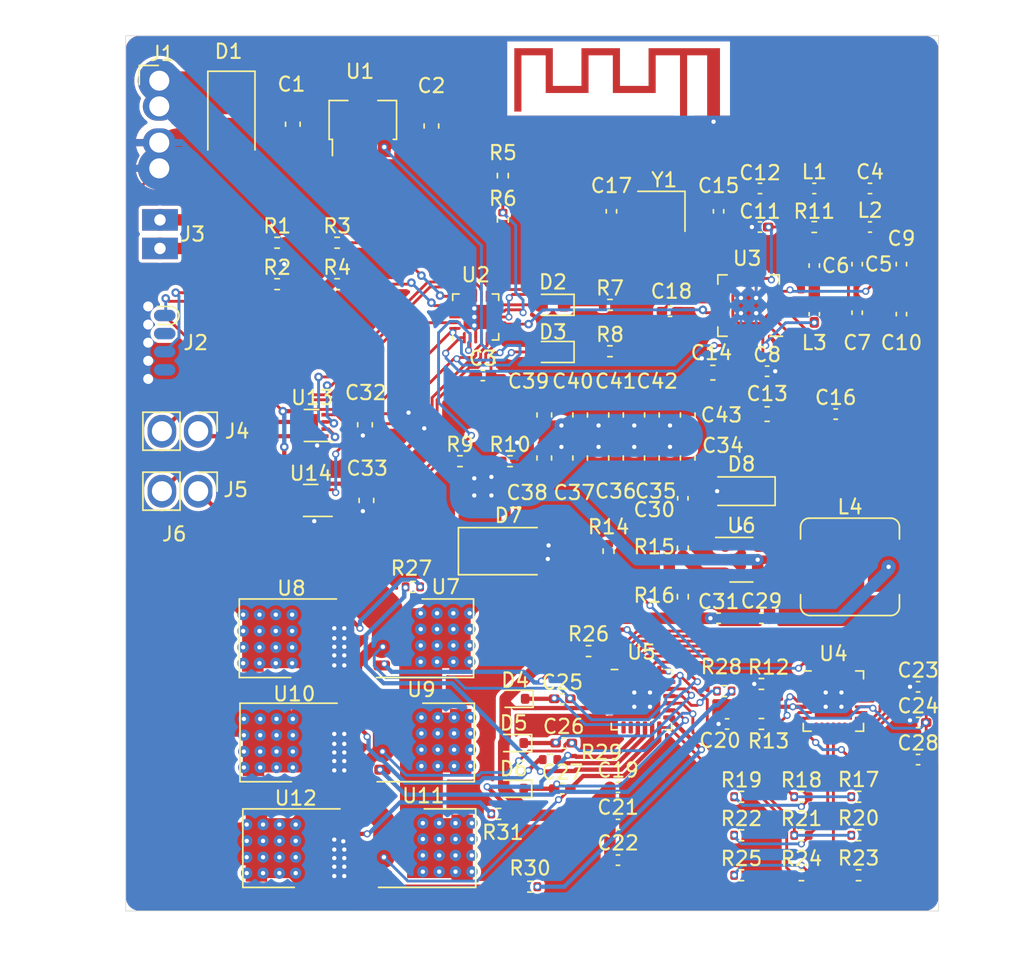
<source format=kicad_pcb>
(kicad_pcb (version 20221018) (generator pcbnew)
  (layers (0 "F.Cu" signal) (31 "B.Cu" signal) (34 "B.Paste" user) (35 "F.Paste" user) (36 "B.SilkS" user "B.Silkscreen") (37 "F.SilkS" user "F.Silkscreen") (38 "B.Mask" user) (39 "F.Mask" user) (44 "Edge.Cuts" user))
  (net 0 "")
  (net 1 "/radio/ANT")
  (net 2 "GND")
  (net 3 "VBAT")
  (net 4 "VLOGIC")
  (net 5 "/radio/IMPMATCH")
  (net 6 "/radio/RFI")
  (net 7 "/radio/RFO")
  (net 8 "Net-(U3-RSSI)")
  (net 9 "/radio/REGOA")
  (net 10 "/radio/VDA2")
  (net 11 "Net-(U3-BPBG)")
  (net 12 "Net-(U3-VT)")
  (net 13 "Net-(C12-Pad1)")
  (net 14 "Net-(U3-XI)")
  (net 15 "Net-(U3-XO)")
  (net 16 "Net-(U3-VDD_D)")
  (net 17 "+10V")
  (net 18 "Net-(D4-K)")
  (net 19 "OUT_A")
  (net 20 "Net-(D5-K)")
  (net 21 "OUT_B")
  (net 22 "Net-(D6-K)")
  (net 23 "Net-(U6-BST)")
  (net 24 "Net-(D8-K)")
  (net 25 "Net-(D2-K)")
  (net 26 "BLINKY")
  (net 27 "Net-(D3-K)")
  (net 28 "TXDEBUG")
  (net 31 "UPDI")
  (net 33 "WEAPON3")
  (net 34 "WEAPON2")
  (net 35 "/brushed_motor_driver/MOUT2")
  (net 36 "/brushed_motor_driver/MOUT1")
  (net 37 "/brushed_motor_driver1/MOUT2")
  (net 38 "/brushed_motor_driver1/MOUT1")
  (net 39 "/W2")
  (net 40 "/W3")
  (net 41 "VSENSE")
  (net 42 "Net-(U2-PA3)")
  (net 43 "MOTOR1")
  (net 44 "Net-(U4-BOOT0)")
  (net 45 "Net-(U4-NRST)")
  (net 46 "Net-(U4-PB4)")
  (net 47 "Net-(U6-FB)")
  (net 48 "BEMF_COMMON")
  (net 49 "BEMF_A")
  (net 50 "BEMF_B")
  (net 51 "OUT_C")
  (net 52 "BEMF_C")
  (net 53 "GIO1")
  (net 54 "MOTOR3R")
  (net 55 "MOTOR3F")
  (net 56 "SPI_SDIO")
  (net 57 "SPI_SCK")
  (net 58 "SPI_SCS")
  (net 59 "MOTOR2F")
  (net 60 "MOTOR2R")
  (net 71 "CLOW")
  (net 72 "BLOW")
  (net 73 "ALOW")
  (net 74 "CHIGH")
  (net 75 "BHIGH")
  (net 76 "AHIGH")
  (net 77 "SWDIO")
  (net 78 "SWDCLK")
  (net 87 "GATE_LOW_C")
  (net 88 "GATE_LOW_B")
  (net 89 "GATE_LOW_A")
  (net 90 "GATE_HIGH_C")
  (net 91 "GATE_HIGH_B")
  (net 92 "GATE_HIGH_A")
  (net 94 "Net-(U7-G)")
  (net 95 "Net-(U8-G)")
  (net 96 "Net-(U9-G)")
  (net 97 "Net-(U10-G)")
  (net 98 "Net-(U11-G)")
  (net 99 "Net-(U12-G)")
  (footprint "Resistor_SMD:R_0402_1005Metric" (layer "F.Cu") (at 98.7 46.1)
    (fp_text reference "R2")
    (fp_text value "10k")
  )
  (footprint "Capacitor_SMD:C_0603_1608Metric" (layer "F.Cu") (at 109.5 35.025 -90)
    (fp_text reference "C2")
    (fp_text value "10uF 25V")
  )
  (footprint "Capacitor_SMD:C_0402_1005Metric_Pad0.74x0.62mm_HandSolder" (layer "F.Cu") (at 143.5675 79.4)
    (fp_text reference "C28")
    (fp_text value "4.7uF")
  )
  (footprint "Resistor_SMD:R_0402_1005Metric" (layer "F.Cu") (at 131.2 87.5)
    (fp_text reference "R25")
    (fp_text value "1K")
  )
  (footprint "Package_SON:WSON-8-1EP_2x2mm_P0.5mm_EP0.9x1.6mm" (layer "F.Cu") (at 101.05 61.25 180)
    (fp_text reference "U14")
    (fp_text value "DRV8231DSGR")
  )
  (footprint "Package_SON:WSON-8-1EP_2x2mm_P0.5mm_EP0.9x1.6mm" (layer "F.Cu") (at 101.1 56 180)
    (fp_text reference "U13")
    (fp_text value "DRV8231DSGR")
  )
  (footprint "Package_TO_SOT_SMD:SOT-89-3" (layer "F.Cu") (at 104.7 34.6 90)
    (fp_text reference "U1")
    (fp_text value "GM7333")
  )
  (footprint "Capacitor_SMD:C_0402_1005Metric_Pad0.74x0.62mm_HandSolder" (layer "F.Cu") (at 133 52.2)
    (fp_text reference "C8")
    (fp_text value "100nF")
  )
  (footprint "Capacitor_SMD:C_0402_1005Metric_Pad0.74x0.62mm_HandSolder" (layer "F.Cu") (at 118.66 81.44)
    (fp_text reference "C27")
    (fp_text value "1uF")
  )
  (footprint "Capacitor_SMD:C_0402_1005Metric_Pad0.74x0.62mm_HandSolder" (layer "F.Cu") (at 140.2 39.4)
    (fp_text reference "C4")
    (fp_text value "1pF")
  )
  (footprint "Inductor_SMD:L_0402_1005Metric_Pad0.77x0.64mm_HandSolder" (layer "F.Cu") (at 136.3 39.4)
    (fp_text reference "L1")
    (fp_text value "2.7nH")
  )
  (footprint "Capacitor_SMD:C_0402_1005Metric_Pad0.74x0.62mm_HandSolder" (layer "F.Cu") (at 122.56 86.44 180)
    (fp_text reference "C22")
    (fp_text value "4.7uF")
  )
  (footprint "Capacitor_SMD:C_0402_1005Metric_Pad0.74x0.62mm_HandSolder" (layer "F.Cu") (at 129.6 69.5)
    (fp_text reference "C31")
    (fp_text value "10uF")
  )
  (footprint "Capacitor_SMD:C_0402_1005Metric_Pad0.74x0.62mm_HandSolder" (layer "F.Cu") (at 142.4 44.7 90)
    (fp_text reference "C9")
    (fp_text value "100nF")
  )
  (footprint "Resistor_SMD:R_0402_1005Metric" (layer "F.Cu") (at 132.6 74.1)
    (fp_text reference "R12")
    (fp_text value "10K")
  )
  (footprint "malenki-nano:a7105-QFN-20" (layer "F.Cu") (at 131.7 47.6 180)
    (fp_text reference "U3")
    (fp_text value "A7105")
  )
  (footprint "Sharkbite:PQFN FET" (layer "F.Cu") (at 99.75 70.9 180)
    (fp_text reference "U8")
    (fp_text value "IRFH7440TRPBF")
  )
  (footprint "Capacitor_SMD:C_0402_1005Metric_Pad0.74x0.62mm_HandSolder" (layer "F.Cu") (at 118.66 75.14)
    (fp_text reference "C25")
    (fp_text value "1uF")
  )
  (footprint "Resistor_SMD:R_0402_1005Metric" (layer "F.Cu") (at 117.8 79.4 180)
    (fp_text reference "R29")
    (fp_text value "20")
  )
  (footprint "Capacitor_SMD:C_0603_1608Metric" (layer "F.Cu") (at 119.913245 55.265403 90)
    (fp_text reference "C40")
    (fp_text value "10uF")
  )
  (footprint "Sharkbite:ESC Pads" (layer "F.Cu") (at 91.6 88.3 180)
    (fp_text reference "J6")
    (fp_text value "Conn_01x03_Pin")
  )
  (footprint "Capacitor_SMD:C_0603_1608Metric" (layer "F.Cu") (at 104.95 61.25 -90)
    (fp_text reference "C33")
    (fp_text value "10uF 25V")
  )
  (footprint "Resistor_SMD:R_0402_1005Metric" (layer "F.Cu") (at 139.4 87.5 180)
    (fp_text reference "R23")
    (fp_text value "10K")
  )
  (footprint "Inductor_SMD:L_0402_1005Metric_Pad0.77x0.64mm_HandSolder" (layer "F.Cu") (at 140.2 42.1)
    (fp_text reference "L2")
    (fp_text value "4.7nH")
  )
  (footprint "LED_SMD:LED_0603_1608Metric" (layer "F.Cu") (at 118 50.85 180)
    (fp_text reference "D3")
    (fp_text value "LED Red")
  )
  (footprint "Capacitor_SMD:C_0402_1005Metric_Pad0.74x0.62mm_HandSolder" (layer "F.Cu") (at 132.5 39.4 180)
    (fp_text reference "C12")
    (fp_text value "10nF")
  )
  (footprint "Capacitor_SMD:C_0402_1005Metric_Pad0.74x0.62mm_HandSolder" (layer "F.Cu") (at 143.5675 74.3)
    (fp_text reference "C23")
    (fp_text value "100nF")
  )
  (footprint "Resistor_SMD:R_0402_1005Metric" (layer "F.Cu") (at 130 74.6 180)
    (fp_text reference "R28")
    (fp_text value "20")
  )
  (footprint "Capacitor_SMD:C_0402_1005Metric_Pad0.74x0.62mm_HandSolder" (layer "F.Cu") (at 137.8 55.2)
    (fp_text reference "C16")
    (fp_text value "100nF")
  )
  (footprint "Capacitor_SMD:C_0402_1005Metric_Pad0.74x0.62mm_HandSolder" (layer "F.Cu") (at 122.56 81.34 180)
    (fp_text reference "C19")
    (fp_text value "100nF")
  )
  (footprint "Sharkbite:PQFN FET" (layer "F.Cu") (at 100 85.6 180)
    (fp_text reference "U12")
    (fp_text value "IRFH7440TRPBF")
  )
  (footprint "Capacitor_SMD:C_0603_1608Metric" (layer "F.Cu") (at 122.42 58.275 -90)
    (fp_text reference "C36")
    (fp_text value "10uF")
  )
  (footprint "Capacitor_SMD:C_0603_1608Metric" (layer "F.Cu") (at 129.2 52.3 180)
    (fp_text reference "C14")
    (fp_text value "2.2uF")
  )
  (footprint "Resistor_SMD:R_0402_1005Metric" (layer "F.Cu") (at 102.9 43.2)
    (fp_text reference "R3")
    (fp_text value "470R")
  )
  (footprint "Resistor_SMD:R_0402_1005Metric" (layer "F.Cu") (at 122 47.55)
    (fp_text reference "R7")
    (fp_text value "470R")
  )
  (footprint "Diode_SMD:D_SOD-123" (layer "F.Cu") (at 131.2 60.6 180)
    (fp_text reference "D8")
    (fp_text value "B5817W")
  )
  (footprint "Capacitor_SMD:C_0402_1005Metric_Pad0.74x0.62mm_HandSolder" (layer "F.Cu") (at 136.3 44.8 -90)
    (fp_text reference "C6")
    (fp_text value "10pF")
  )
  (footprint "Resistor_SMD:R_0402_1005Metric" (layer "F.Cu") (at 135.4 87.5)
    (fp_text reference "R24")
    (fp_text value "10K")
  )
  (footprint "Sharkbite:PQFN FET" (layer "F.Cu") (at 108.9 85.6)
    (fp_text reference "U11")
    (fp_text value "IRFH7440TRPBF")
  )
  (footprint "Resistor_SMD:R_0402_1005Metric" (layer "F.Cu") (at 114.2 83.2)
    (fp_text reference "R31")
    (fp_text value "20")
  )
  (footprint "malenki-nano:wirepad_2" (layer "F.Cu") (at 90.5 42.6 90)
    (fp_text reference "J3")
    (fp_text value "Conn_01x02")
  )
  (footprint "malenki-nano:SOIC_clipProgSmall" (layer "F.Cu") (at 91.5795 50.2 90)
    (fp_text reference "J2")
    (fp_text value "Conn_01x08_Male")
  )
  (footprint "Capacitor_SMD:C_0603_1608Metric" (layer "F.Cu") (at 117.4 58.275 -90)
    (fp_text reference "C38")
    (fp_text value "10uF")
  )
  (footprint "Diode_SMD:D_SOD-523" (layer "F.Cu") (at 115.26 78.24 180)
    (fp_text reference "D5")
    (fp_text value "1N4148WT")
  )
  (footprint "Capacitor_SMD:C_0603_1608Metric" (layer "F.Cu") (at 117.403245 55.265403 90)
    (fp_text reference "C39")
    (fp_text value "10uF")
  )
  (footprint "malenki-nano:malenkipower" (layer "F.Cu") (at 90.45 33.65)
    (fp_text reference "J1")
    (fp_text value "Conn_01x02_Male-Connector")
  )
  (footprint "Capacitor_SMD:C_0603_1608Metric" (layer "F.Cu") (at 127.44 58.275 -90)
    (fp_text reference "C34")
    (fp_text value "10uF")
  )
  (footprint "Resistor_SMD:R_0402_1005Metric" (layer "F.Cu") (at 132.6 76.9)
    (fp_text reference "R13")
    (fp_text value "10K")
  )
  (footprint "LED_SMD:LED_0603_1608Metric" (layer "F.Cu") (at 118 47.55 180)
    (fp_text reference "D2")
    (fp_text value "LED Blue")
  )
  (footprint "Diode_SMD:D_SMA" (layer "F.Cu") (at 95.5 34.7 -90)
    (fp_text reference "D1")
    (fp_text value "SMAJ18A")
  )
  (footprint "Capacitor_SMD:C_0603_1608Metric" (layer "F.Cu") (at 124.933245 55.265403 90)
    (fp_text reference "C42")
    (fp_text value "10uF")
  )
  (footprint "Capacitor_SMD:C_0603_1608Metric" (layer "F.Cu") (at 133 55.2)
    (fp_text reference "C13")
    (fp_text value "2.2uF")
  )
  (footprint "Capacitor_SMD:C_0402_1005Metric_Pad0.74x0.62mm_HandSolder" (layer "F.Cu") (at 126.2 48)
    (fp_text reference "C18")
    (fp_text value "100nF")
  )
  (footprint "Resistor_SMD:R_0402_1005Metric" (layer "F.Cu") (at 122 50.8)
    (fp_text reference "R8")
    (fp_text value "1k")
  )
  (footprint "malenki-nano:PinHeader_1x02_P2.54mm_BIG1" (layer "F.Cu") (at 93.175 56.4 -90)
    (fp_text reference "J4")
    (fp_text value "Conn_01x02_Male-Connector")
  )
  (footprint "Capacitor_SMD:C_0603_1608Metric" (layer "F.Cu") (at 119.91 58.275 -90)
    (fp_text reference "C37")
    (fp_text value "10uF")
  )
  (footprint "Capacitor_SMD:C_0603_1608Metric" (layer "F.Cu") (at 124.93 58.275 -90)
    (fp_text reference "C35")
    (fp_text value "10uF")
  )
  (footprint "Resistor_SMD:R_0402_1005Metric" (layer "F.Cu") (at 127.1 67.99 -90)
    (fp_text reference "R16")
    (fp_text value "4.32K")
  )
  (footprint "Resistor_SMD:R_0402_1005Metric" (layer "F.Cu") (at 98.7 43.2)
    (fp_text reference "R1")
    (fp_text value "10k")
  )
  (footprint "Capacitor_SMD:C_0402_1005Metric_Pad0.74x0.62mm_HandSolder" (layer "F.Cu") (at 130.2 76.9 180)
    (fp_text reference "C20")
    (fp_text value "1uF")
  )
  (footprint "Diode_SMD:D_SOD-523" (layer "F.Cu") (at 115.36 75.14 180)
    (fp_text reference "D4")
    (fp_text value "1N4148WT")
  )
  (footprint "Resistor_SMD:R_0402_1005Metric" (layer "F.Cu") (at 114.5 38.5 -90)
    (fp_text reference "R5")
    (fp_text value "100k")
  )
  (footprint "Capacitor_SMD:C_0402_1005Metric_Pad0.74x0.62mm_HandSolder" (layer "F.Cu") (at 122.1 41 90)
    (fp_text reference "C17")
    (fp_text value "10pF")
  )
  (footprint "Capacitor_SMD:C_0402_1005Metric_Pad0.74x0.62mm_HandSolder" (layer "F.Cu") (at 118.76 78.24)
    (fp_text reference "C26")
    (fp_text value "1uF")
  )
  (footprint "malenki-nano:malenki_antenna" (layer "F.Cu") (at 127.15 34.725)
    (fp_text reference "AE1" hide)
    (fp_text value "~" hide)
  )
  (footprint "Capacitor_SMD:C_0402_1005Metric_Pad0.74x0.62mm_HandSolder" (layer "F.Cu") (at 113.1 52.5 180)
    (fp_text reference "C3")
    (fp_text value "100nF")
  )
  (footprint "Resistor_SMD:R_0402_1005Metric" (layer "F.Cu") (at 135.4 82)
    (fp_text reference "R18")
    (fp_text value "10K")
  )
  (footprint "Package_TO_SOT_SMD:SOT-23-6" (layer "F.Cu") (at 131.2 65.4)
    (fp_text reference "U6")
    (fp_text value "AOZ1282CI")
  )
  (footprint "Capacitor_SMD:C_0402_1005Metric_Pad0.74x0.62mm_HandSolder" (layer "F.Cu") (at 142.4 48.2 90)
    (fp_text reference "C10")
    (fp_text value "100nF")
  )
  (footprint "Package_DFN_QFN:QFN-24-1EP_4x4mm_P0.5mm_EP2.65x2.65mm" (layer "F.Cu") (at 124.2 75.2)
    (fp_text reference "U5")
    (fp_text value "FD6288Q")
  )
  (footprint "Resistor_SMD:R_0402_1005Metric" (layer "F.Cu") (at 102.9 46.1)
    (fp_text reference "R4")
    (fp_text value "470R")
  )
  (footprint "Resistor_SMD:R_0402_1005Metric" (layer "F.Cu") (at 114.5 41.6 -90)
    (fp_text reference "R6")
    (fp_text value "10k")
  )
  (footprint "Resistor_SMD:R_0402_1005Metric" (layer "F.Cu") (at 116.4 88.3)
    (fp_text reference "R30")
    (fp_text value "20")
  )
  (footprint "Resistor_SMD:R_0402_1005Metric" (layer "F.Cu") (at 131.2 84.7)
    (fp_text reference "R22")
    (fp_text value "1K")
  )
  (footprint "Sharkbite:PQFN FET" (layer "F.Cu") (at 108.75 70.9)
    (fp_text reference "U7")
    (fp_text value "IRFH7440TRPBF")
  )
  (footprint "Capacitor_SMD:C_0603_1608Metric" (layer "F.Cu") (at 99.8 34.9 -90)
    (fp_text reference "C1")
    (fp_text value "10uF 25V")
  )
  (footprint "Inductor_SMD:L_Bourns_SRP7028A_7.3x6.6mm" (layer "F.Cu") (at 138.8 65.9)
    (fp_text reference "L4")
    (fp_text value "22uH")
  )
  (footprint "Capacitor_SMD:C_0603_1608Metric" (layer "F.Cu") (at 122.423245 55.265403 90)
    (fp_text reference "C41")
    (fp_text value "10uF")
  )
  (footprint "Resistor_SMD:R_0402_1005Metric" (layer "F.Cu") (at 135.4 84.7)
    (fp_text reference "R21")
    (fp_text value "10K")
  )
  (footprint "Resistor_SMD:R_0402_1005Metric" (layer "F.Cu") (at 120.5 71.8 180)
    (fp_text reference "R26")
    (fp_text value "20")
  )
  (footprint "Package_DFN_QFN:VQFN-20-1EP_3x3mm_P0.4mm_EP1.7x1.7mm" (layer "F.Cu") (at 112.6 48.4 90)
    (fp_text reference "U2")
    (fp_text value "ATTiny1616-MNR")
  )
  (footprint "Sharkbite:PQFN FET" (layer "F.Cu") (at 99.8 78.2 180)
    (fp_text reference "U10")
    (fp_text value "IRFH7440TRPBF")
  )
  (footprint "Capacitor_SMD:C_0402_1005Metric_Pad0.74x0.62mm_HandSolder" (layer "F.Cu") (at 122.56 83.94 180)
    (fp_text reference "C21")
    (fp_text value "1uF")
  )
  (footprint "Resistor_SMD:R_0402_1005Metric" (layer "F.Cu") (at 121.9 64.8 90)
    (fp_text reference "R14")
    (fp_text value "1K")
  )
  (footprint "Resistor_SMD:R_0402_1005Metric" (layer "F.Cu") (at 111.5 58.5)
    (fp_text reference "R9")
    (fp_text value "470R")
  )
  (footprint "Resistor_SMD:R_0402_1005Metric" (layer "F.Cu") (at 108.2 67.3)
    (fp_text reference "R27")
    (fp_text value "20")
  )
  (footprint "Resistor_SMD:R_0402_1005Metric" (layer "F.Cu") (at 127.1 64.6 -90)
    (fp_text reference "R15")
    (fp_text value "49.9K")
  )
  (footprint "Capacitor_SMD:C_0402_1005Metric_Pad0.74x0.62mm_HandSolder" (layer "F.Cu") (at 139.3 48.1 90)
    (fp_text reference "C7")
    (fp_text value "100nF")
  )
  (footprint "Resistor_SMD:R_0402_1005Metric" (layer "F.Cu") (at 139.4 82 180)
    (fp_text reference "R17")
    (fp_text value "10K")
  )
  (footprint "Resistor_SMD:R_0402_1005Metric" (layer "F.Cu") (at 139.4 84.7 180)
    (fp_text reference "R20")
    (fp_text value "10K")
  )
  (footprint "Capacitor_SMD:C_0603_1608Metric" (layer "F.Cu") (at 104.85 55.95 -90)
    (fp_text reference "C32")
    (fp_text value "10uF 25V")
  )
  (footprint "Inductor_SMD:L_0402_1005Metric_Pad0.77x0.64mm_HandSolder" (layer "F.Cu") (at 136.3 48.2 -90)
    (fp_text reference "L3")
    (fp_text value "4.7nH")
  )
  (footprint "Package_DFN_QFN:QFN-28-1EP_4x4mm_P0.4mm_EP2.6x2.6mm" (layer "F.Cu") (at 137.6375 75.3)
    (fp_text reference "U4")
    (fp_text value "GD32E230G6U6TR")
  )
  (footprint "Capacitor_SMD:C_0603_1608Metric" (layer "F.Cu") (at 127.443245 55.265403 90)
    (fp_text reference "C43")
    (fp_text value "10uF")
  )
  (footprint "Resistor_SMD:R_0402_1005Metric" (layer "F.Cu") (at 115 58.5)
    (fp_text reference "R10")
    (fp_text value "10k")
  )
  (footprint "Capacitor_SMD:C_0402_1005Metric_Pad0.74x0.62mm_HandSolder" (layer "F.Cu") (at 139.3 44.7 -90)
    (fp_text reference "C5")
    (fp_text value "22pF")
  )
  (footprint "Crystal:Crystal_SMD_2520-4Pin_2.5x2.0mm" (layer "F.Cu") (at 125.6 41 180)
    (fp_text reference "Y1")
    (fp_text value "16mhz Seiko Epson Q24FA20H0051200 ")
  )
  (footprint "Resistor_SMD:R_0402_1005Metric" (layer "F.Cu") (at 131.2 82)
    (fp_text reference "R19")
    (fp_text value "1K")
  )
  (footprint "Capacitor_SMD:C_0402_1005Metric_Pad0.74x0.62mm_HandSolder" (layer "F.Cu") (at 127.1 61.1 90)
    (fp_text reference "C30")
    (fp_text value "100nF")
  )
  (footprint "Diode_SMD:D_SMA" (layer "F.Cu") (at 114.9 64.8)
    (fp_text reference "D7")
    (fp_text value "SMAJ18A")
  )
  (footprint "Resistor_SMD:R_0402_1005Metric" (layer "F.Cu") (at 136.3 42.1 180)
    (fp_text reference "R11")
    (fp_text value "200R")
  )
  (footprint "Capacitor_SMD:C_0402_1005Metric_Pad0.74x0.62mm_HandSolder" (layer "F.Cu") (at 143.5675 76.8)
    (fp_text reference "C24")
    (fp_text value "1uF")
  )
  (footprint "Sharkbite:PQFN FET" (layer "F.Cu") (at 108.8 78.2)
    (fp_text reference "U9")
    (fp_text value "IRFH7440TRPBF")
  )
  (footprint "Capacitor_SMD:C_0402_1005Metric_Pad0.74x0.62mm_HandSolder" (layer "F.Cu") (at 132.6 69.5 180)
    (fp_text reference "C29")
    (fp_text value "10uF")
  )
  (footprint "Capacitor_SMD:C_0402_1005Metric_Pad0.74x0.62mm_HandSolder" (layer "F.Cu") (at 132.5 42.1)
    (fp_text reference "C11")
    (fp_text value "560pF")
  )
  (footprint "malenki-nano:PinHeader_1x02_P2.54mm_BIG1" (layer "F.Cu") (at 93.175 60.6 -90)
    (fp_text reference "J5")
    (fp_text value "Conn_01x02_Male-Connector")
  )
  (footprint "Capacitor_SMD:C_0402_1005Metric_Pad0.74x0.62mm_HandSolder" (layer "F.Cu") (at 129.6 41 90)
    (fp_text reference "C15")
    (fp_text value "10pF")
  )
  (footprint "Diode_SMD:D_SOD-523" (layer "F.Cu") (at 115.26 81.44 180)
    (fp_text reference "D6")
    (fp_text value "1N4148WT")
  )
  (gr_rect (start 88.1 28.7) (end 145 90) (stroke (width 0.05)) (fill none) (layer "Edge.Cuts"))
  (segment (start 135.7275 39.4) (end 132.4275 36.1) (width 0.8) (layer "F.Cu") (net 1))
  (segment (start 128.525 36.1) (end 127.15 34.725) (width 0.8) (layer "F.Cu") (net 1))
  (segment (start 132.4275 36.1) (end 128.525 36.1) (width 0.8) (layer "F.Cu") (net 1))
  (segment (start 143 74.3) (end 143 76.65) (width 0.2) (layer "F.Cu") (net 2))
  (segment (start 101.1 56.099264) (end 101.750736 56.75) (width 0.3) (layer "F.Cu") (net 2))
  (segment (start 121.870478 40.4325) (end 122.1 40.4325) (width 0.8) (layer "F.Cu") (net 2))
  (segment (start 132.233333 47.066667) (end 132.233333 45.733333) (width 0.2) (layer "F.Cu") (net 2))
  (segment (start 109.5 37.5) (end 109.25 37.75) (width 0.8) (layer "F.Cu") (net 2))
  (segment (start 122.51 47.55) (end 122.51 50.8) (width 0.2) (layer "F.Cu") (net 2))
  (segment (start 129.6325 76.9) (end 129.6 76.9) (width 0.2) (layer "F.Cu") (net 2))
  (segment (start 127.3675 48.6) (end 126.7675 48) (width 0.2) (layer "F.Cu") (net 2))
  (segment (start 112.6 49.1) (end 112.5 49) (width 0.2) (layer "F.Cu") (net 2))
  (segment (start 95.5 36.7) (end 91.74 36.7) (width 3) (layer "F.Cu") (net 2))
  (segment (start 131.71 87.18) (end 130.97 86.44) (width 0.2) (layer "F.Cu") (net 2))
  (segment (start 142.96 44.6925) (end 142.4 44.1325) (width 0.2) (layer "F.Cu") (net 2))
  (segment (start 101.700736 62) (end 102 62) (width 0.3) (layer "F.Cu") (net 2))
  (segment (start 133.775 55.2) (end 133.775 52.4075) (width 0.2) (layer "F.Cu") (net 2))
  (segment (start 122.25 76.45) (end 122.3 76.4) (width 0.3) (layer "F.Cu") (net 2))
  (segment (start 101.05 61.25) (end 101.05 61.349264) (width 0.3) (layer "F.Cu") (net 2))
  (segment (start 115.51 58.5) (end 116.4 59.39) (width 0.2) (layer "F.Cu") (net 2))
  (segment (start 126.7675 48) (end 123.9675 50.8) (width 0.2) (layer "F.Cu") (net 2))
  (segment (start 114.18 42.11) (end 114.5 42.11) (width 0.8) (layer "F.Cu") (net 2))
  (segment (start 132.1 74.09) (end 132.09 74.1) (width 0.2) (layer "F.Cu") (net 2))
  (segment (start 122.1 40.4325) (end 124.5925 40.4325) (width 0.8) (layer "F.Cu") (net 2))
  (segment (start 126.475 41.7) (end 126.153554 41.7) (width 0.2) (layer "F.Cu") (net 2))
  (segment (start 91.74 36.7) (end 90.45 37.99) (width 3) (layer "F.Cu") (net 2))
  (segment (start 109.25 37.75) (end 105.6 37.75) (width 0.8) (layer "F.Cu") (net 2))
  (segment (start 90.8295 50.835) (end 89.135 50.835) (width 0.2) (layer "F.Cu") (net 2))
  (segment (start 132.0325 69.5) (end 130.975 68.4425) (width 0.2) (layer "F.Cu") (net 2))
  (segment (start 127.44 59.05) (end 124.93 59.05) (width 0.8) (layer "F.Cu") (net 2))
  (segment (start 130.975 66.034314) (end 130.340686 65.4) (width 0.2) (layer "F.Cu") (net 2))
  (segment (start 114.5 42.11) (end 120.192978 42.11) (width 0.8) (layer "F.Cu") (net 2))
  (segment (start 129.6 76.9) (end 129.6325 76.5575) (width 0.2) (layer "F.Cu") (net 2))
  (segment (start 133.775 55.2) (end 134.335 54.64) (width 0.2) (layer "F.Cu") (net 2))
  (segment (start 89.135 50.835) (end 88.9 50.6) (width 0.2) (layer "F.Cu") (net 2))
  (segment (start 123 76.4) (end 124.2 75.2) (width 0.3) (layer "F.Cu") (net 2))
  (segment (start 127.1 68.5) (end 129.1675 68.5) (width 0.2) (layer "F.Cu") (net 2))
  (segment (start 101.05 61.25) (end 101.05 62.45) (width 0.3) (layer "F.Cu") (net 2))
  (segment (start 112.6 49.85) (end 112.6 49.1) (width 0.2) (layer "F.Cu") (net 2))
  (segment (start 101.05 62.45) (end 101.3 62.7) (width 0.3) (layer "F.Cu") (net 2))
  (segment (start 105.6 37.75) (end 103.2335 37.75) (width 0.8) (layer "F.Cu") (net 2))
  (segment (start 128.425 52.3) (end 128.425 51.3) (width 0.2) (layer "F.Cu") (net 2))
  (segment (start 124.93 59.05) (end 122.42 59.05) (width 0.8) (layer "F.Cu") (net 2))
  (segment (start 109.5 35.8) (end 109.5 37.43) (width 0.8) (layer "F.Cu") (net 2))
  (segment (start 99.21 46.1) (end 99.21 44.71) (width 0.8) (layer "F.Cu") (net 2))
  (segment (start 130.975 68.4425) (end 130.975 66.034314) (width 0.2) (layer "F.Cu") (net 2))
  (segment (start 123.1275 83.94) (end 123.1275 83.2725) (width 0.2) (layer "F.Cu") (net 2))
  (segment (start 131.1 65.025) (end 131.1 63.2) (width 0.2) (layer "F.Cu") (net 2))
  (segment (start 140.7675 39.4) (end 136.0925 34.725) (width 0.2) (layer "F.Cu") (net 2))
  (segment (start 126.153554 41.7) (end 124.753554 40.3) (width 0.2) (layer "F.Cu") (net 2))
  (segment (start 112.5325 53.3) (end 112.5325 54.2325) (width 0.2) (layer "F.Cu") (net 2))
  (segment (start 139.4 47.6325) (end 139.3 47.5325) (width 0.2) (layer "F.Cu") (net 2))
  (segment (start 123.9675 50.8) (end 122.51 50.8) (width 0.2) (layer "F.Cu") (net 2))
  (segment (start 112.6 48.4) (end 112.5 48.4) (width 0.2) (layer "F.Cu") (net 2))
  (segment (start 138.0375 75.7) (end 137.6375 75.3) (width 0.2) (layer "F.Cu") (net 2))
  (segment (start 120.192978 42.11) (end 121.870478 40.4325) (width 0.8) (layer "F.Cu") (net 2))
  (segment (start 116.4 59.39) (end 116.4 63.1) (width 0.2) (layer "F.Cu") (net 2))
  (segment (start 142.4 43.7275) (end 140.7725 42.1) (width 0.2) (layer "F.Cu") (net 2))
  (segment (start 116.4 63.1) (end 117.7 64.4) (width 0.2) (layer "F.Cu") (net 2))
  (segment (start 132.1 74.1) (end 132.1 74.09) (width 0.2) (layer "F.Cu") (net 2))
  (segment (start 101.1 56) (end 100.85 56.25) (width 0.3) (layer "F.Cu") (net 2))
  (segment (start 129.6325 76.5575) (end 132.09 74.1) (width 0.2) (layer "F.Cu") (net 2))
  (segment (start 123.1275 86.44) (end 123.1275 83.94) (width 0.2) (layer "F.Cu") (net 2))
  (segment (start 142.96 47.0725) (end 142.96 44.6925) (width 0.2) (layer "F.Cu") (net 2))
  (segment (start 90.8295 52.105) (end 90.8295 50.835) (width 0.2) (layer "F.Cu") (net 2))
  (segment (start 130.340686 65.4) (end 130.0625 65.4) (width 0.2) (layer "F.Cu") (net 2))
  (segment (start 101.1 56) (end 101.1 56.099264) (width 0.3) (layer "F.Cu") (net 2))
  (segment (start 132.09 74.1) (end 132.1 74.1) (width 0.2) (layer "F.Cu") (net 2))
  (segment (start 125.475 39.55) (end 124.725 40.3) (width 0.2) (layer "F.Cu") (net 2))
  (segment (start 134.335 54.64) (end 137.8075 54.64) (width 0.2) (layer "F.Cu") (net 2))
  (segment (start 129.8 48.6) (end 127.3675 48.6) (width 0.2) (layer "F.Cu") (net 2))
  (segment (start 140.7725 39.405) (end 140.7675 39.4) (width 0.2) (layer "F.Cu") (net 2))
  (segment (start 131.166667 47.066667) (end 132.233333 47.066667) (width 0.2) (layer "F.Cu") (net 2))
  (segment (start 129.6 40.4325) (end 128.7175 39.55) (width 0.2) (layer "F.Cu") (net 2))
  (segment (start 131.166667 48.133333) (end 131.166667 47.066667) (width 0.2) (layer "F.Cu") (net 2))
  (segment (start 109.5 37.43) (end 114.18 42.11) (width 0.8) (layer "F.Cu") (net 2))
  (segment (start 131.71 87.5) (end 131.71 87.18) (width 0.2) (layer "F.Cu") (net 2))
  (segment (start 143 79.4) (end 143 76.65) (width 0.2) (layer "F.Cu") (net 2))
  (segment (start 122.3 76.4) (end 123 76.4) (width 0.3) (layer "F.Cu") (net 2))
  (segment (start 119.91 59.05) (end 117.4 59.05) (width 0.8) (layer "F.Cu") (net 2))
  (segment (start 88.9 39.54) (end 90.45 37.99) (width 0.2) (layer "F.Cu") (net 2))
  (segment (start 112.5 49) (end 112.6 48.9) (width 0.2) (layer "F.Cu") (net 2))
  (segment (start 128.425 49.975) (end 129.8 48.6) (width 0.2) (layer "F.Cu") (net 2))
  (segment (start 137.8075 54.64) (end 138.3675 55.2) (width 0.2) (layer "F.Cu") (net 2))
  (segment (start 101.1 56) (end 101.1 57) (width 0.3) (layer "F.Cu") (net 2))
  (segment (start 138.2 75.8625) (end 138.2 75.7) (width 0.2) (layer "F.Cu") (net 2))
  (segment (start 132.233333 48.086887) (end 132.233333 47.6) (width 0.2) (layer "F.Cu") (net 2))
  (segment (start 124.753554 40.3) (end 124.725 40.3) (width 0.2) (layer "F.Cu") (net 2))
  (segment (start 88.9 50.6) (end 88.9 39.54) (width 0.2) (layer "F.Cu") (net 2))
  (segment (start 99.21 44.69) (end 99.21 43.2) (width 0.8) (layer "F.Cu") (net 2))
  (segment (start 139.575 76.1) (end 138.4375 76.1) (width 0.2) (layer "F.Cu") (net 2))
  (segment (start 123.1275 81.34) (end 124.26 81.34) (width 0.2) (layer "F.Cu") (net 2))
  (segment (start 130.725 65.4) (end 131.1 65.025) (width 0.2) (layer "F.Cu") (net 2))
  (segment (start 112.5325 53.3) (end 112.5325 52.5) (width 0.2) (layer "F.Cu") (net 2))
  (segment (start 124.933245 54.490403) (end 127.443245 54.490403) (width 0.8) (layer "F.Cu") (net 2))
  (segment (start 128.7175 39.55) (end 125.475 39.55) (width 0.2) (layer "F.Cu") (net 2))
  (segment (start 132.233333 45.733333) (end 132.2 45.7) (width 0.2) (layer "F.Cu") (net 2))
  (segment (start 119.913245 54.490403) (end 122.423245 54.490403) (width 0.8) (layer "F.Cu") (net 2))
  (segment (start 130.97 86.44) (end 123.1275 86.44) (width 0.2) (layer "F.Cu") (net 2))
  (segment (start 109.5 35.8) (end 109.5 37.5) (width 0.8) (layer "F.Cu") (net 2))
  (segment (start 100.8 61.5) (end 100.1 61.5) (width 0.3) (layer "F.Cu") (net 2))
  (segment (start 123.1275 83.2725) (end 127.4 79) (width 0.2) (layer "F.Cu") (net 2))
  (segment (start 131.9325 39.4) (end 130.6325 39.4) (width 0.2) (layer "F.Cu") (net 2))
  (segment (start 138.4375 76.1) (end 138.2 75.8625) (width 0.2) (layer "F.Cu") (net 2))
  (segment (start 129.1675 68.5) (end 130.1675 69.5) (width 0.2) (layer "F.Cu") (net 2))
  (segment (start 130.1675 69.5) (end 132.0325 69.5) (width 0.2) (layer "F.Cu") (net 2))
  (segment (start 142.4 44.1325) (end 142.4 43.7275) (width 0.2) (layer "F.Cu") (net 2))
  (segment (start 99.21 44.71) (end 99.2 44.7) (width 0.8) (layer "F.Cu") (net 2))
  (segment (start 112.5325 54.2325) (end 115.5 57.2) (width 0.2) (layer "F.Cu") (net 2))
  (segment (start 142.4 47.6325) (end 139.4 47.6325) (width 0.2) (layer "F.Cu") (net 2))
  (segment (start 140.7725 42.1) (end 140.7725 39.405) (width 0.2) (layer "F.Cu") (net 2))
  (segment (start 123.1275 83.94) (end 123.1275 81.34) (width 0.2) (layer "F.Cu") (net 2))
  (segment (start 103.2335 37.75) (end 102.1835 36.7) (width 0.8) (layer "F.Cu") (net 2))
  (segment (start 133.775 52.4075) (end 133.5675 52.2) (width 0.2) (layer "F.Cu") (net 2))
  (segment (start 112.6 48.9) (end 112.6 48.4) (width 0.2) (layer "F.Cu") (net 2))
  (segment (start 131.71 87.5) (end 131.71 84.7) (width 0.2) (layer "F.Cu") (net 2))
  (segment (start 131.166667 48.133333) (end 132.233333 48.133333) (width 0.2) (layer "F.Cu") (net 2))
  (segment (start 122.42 59.05) (end 119.91 59.05) (width 0.8) (layer "F.Cu") (net 2))
  (segment (start 142.4 47.6325) (end 142.96 47.0725) (width 0.2) (layer "F.Cu") (net 2))
  (segment (start 101.1 57) (end 101.5 57.4) (width 0.3) (layer "F.Cu") (net 2))
  (segment (start 128.425 51.3) (end 128.425 49.975) (width 0.2) (layer "F.Cu") (net 2))
  (segment (start 100.85 56.25) (end 100.15 56.25) (width 0.3) (layer "F.Cu") (net 2))
  (segment (start 101.750736 56.75) (end 102.05 56.75) (width 0.3) (layer "F.Cu") (net 2))
  (segment (start 95.5 36.7) (end 102.1835 36.7) (width 3) (layer "F.Cu") (net 2))
  (segment (start 130.6325 39.4) (end 129.6 40.4325) (width 0.2) (layer "F.Cu") (net 2))
  (segment (start 136.0925 34.725) (end 129.25 34.725) (width 0.2) (layer "F.Cu") (net 2))
  (segment (start 99.2 44.7) (end 99.21 44.69) (width 0.8) (layer "F.Cu") (net 2))
  (segment (start 122.423245 54.490403) (end 124.933245 54.490403) (width 0.8) (layer "F.Cu") (net 2))
  (segment (start 117.403245 54.490403) (end 119.913245 54.490403) (width 0.8) (layer "F.Cu") (net 2))
  (segment (start 124.26 81.34) (end 127 78.6) (width 0.2) (layer "F.Cu") (net 2))
  (segment (start 131.71 84.7) (end 131.71 82) (width 0.2) (layer "F.Cu") (net 2))
  (segment (start 101.05 61.349264) (end 101.700736 62) (width 0.3) (layer "F.Cu") (net 2))
  (segment (start 124.5925 40.4325) (end 124.725 40.3) (width 0.8) (layer "F.Cu") (net 2))
  (segment (start 130.0625 65.4) (end 130.725 65.4) (width 0.2) (layer "F.Cu") (net 2))
  (segment (start 131.9325 39.4) (end 131.9325 42.1) (width 0.2) (layer "F.Cu") (net 2))
  (segment (start 101.05 61.25) (end 100.8 61.5) (width 0.3) (layer "F.Cu") (net 2))
  (segment (start 138.2 75.7) (end 138.0375 75.7) (width 0.2) (layer "F.Cu") (net 2))
  (via (at 112.5 47.8) (size 0.5) (drill 0.3) (layers "F.Cu" "B.Cu") (net 2))
  (via (at 137.1 75.7) (size 0.6) (drill 0.3) (layers "F.Cu" "B.Cu") (net 2))
  (via (at 103.330917 85.120145) (size 0.6) (drill 0.3) (layers "F.Cu" "B.Cu") (net 2))
  (via (at 138.2 75.7) (size 0.6) (drill 0.3) (layers "F.Cu" "B.Cu") (net 2))
  (via (at 102.7 87.555) (size 0.6) (drill 0.3) (layers "F.Cu" "B.Cu") (net 2))
  (via (at 112.5 48.4) (size 0.5) (drill 0.3) (layers "F.Cu" "B.Cu") (net 2))
  (via (at 102.7 78.9) (size 0.6) (drill 0.3) (layers "F.Cu" "B.Cu") (net 2))
  (via (at 133.5675 52.2) (size 0.6) (drill 0.3) (layers "F.Cu" "B.Cu") (net 2))
  (via (at 138.2 74.7) (size 0.6) (drill 0.3) (layers "F.Cu" "B.Cu") (net 2))
  (via (at 103.4 79.5) (size 0.6) (drill 0.3) (layers "F.Cu" "B.Cu") (net 2))
  (via (at 128.425 51.3) (size 0.6) (drill 0.3) (layers "F.Cu" "B.Cu") (net 2))
  (via (at 103.4 85.7) (size 0.6) (drill 0.3) (layers "F.Cu" "B.Cu") (net 2))
  (via (at 102.7 79.5) (size 0.6) (drill 0.3) (layers "F.Cu" "B.Cu") (net 2))
  (via (at 102.7 85.7) (size 0.6) (drill 0.3) (layers "F.Cu" "B.Cu") (net 2))
  (via (at 103.4 72.8) (size 0.6) (drill 0.3) (layers "F.Cu" "B.Cu") (net 2))
  (via (at 129.5 60.6) (size 0.6) (drill 0.3) (layers "F.Cu" "B.Cu") (net 2))
  (via (at 103.4 78.3) (size 0.6) (drill 0.3) (layers "F.Cu" "B.Cu") (net 2))
  (via (at 103.4 72.1) (size 0.6) (drill 0.3) (layers "F.Cu" "B.Cu") (net 2))
  (via (at 124.8 74.7) (size 0.6) (drill 0.3) (layers "F.Cu" "B.Cu") (net 2))
  (via (at 129.6 76.9) (size 0.5) (drill 0.3) (layers "F.Cu" "B.Cu") (net 2))
  (via (at 103.4 78.9) (size 0.6) (drill 0.3) (layers "F.Cu" "B.Cu") (net 2))
  (via (at 103.4 70.9) (size 0.6) (drill 0.3) (layers "F.Cu" "B.Cu") (net 2))
  (via (at 101.3 62.7) (size 0.6) (drill 0.3) (layers "F.Cu" "B.Cu") (net 2))
  (via (at 102.7 85) (size 0.6) (drill 0.3) (layers "F.Cu" "B.Cu") (net 2))
  (via (at 102.7 80.155) (size 0.6) (drill 0.3) (layers "F.Cu" "B.Cu") (net 2))
  (via (at 103.4 86.9) (size 0.6) (drill 0.3) (layers "F.Cu" "B.Cu") (net 2))
  (via (at 102.7 71.5) (size 0.6) (drill 0.3) (layers "F.Cu" "B.Cu") (net 2))
  (via (at 104.7 62) (size 0.6) (drill 0.3) (layers "F.Cu" "B.Cu") (net 2))
  (via (at 115.5 57.2) (size 0.5) (drill 0.3) (layers "F.Cu" "B.Cu") (net 2))
  (via (at 102.7 70.2) (size 0.6) (drill 0.3) (layers "F.Cu" "B.Cu") (net 2))
  (via (at 137.1 74.7) (size 0.6) (drill 0.3) (layers "F.Cu" "B.Cu") (net 2))
  (via (at 143 76.65) (size 0.6) (drill 0.3) (layers "F.Cu" "B.Cu") (net 2))
  (via (at 131.9325 42.1) (size 0.6) (drill 0.3) (layers "F.Cu" "B.Cu") (net 2))
  (via (at 117.7 64.4) (size 1) (drill 0.3) (layers "F.Cu" "B.Cu") (net 2))
  (via (at 102.7 72.1) (size 0.6) (drill 0.3) (layers "F.Cu" "B.Cu") (net 2))
  (via (at 102.7 77.6) (size 0.6) (drill 0.3) (layers "F.Cu" "B.Cu") (net 2))
  (via (at 131.1 63.2) (size 1) (drill 0.3) (layers "F.Cu" "B.Cu") (net 2))
  (via (at 103.4 77.6) (size 0.6) (drill 0.3) (layers "F.Cu" "B.Cu") (net 2))
  (via (at 104.7 56.7) (size 0.6) (drill 0.3) (layers "F.Cu" "B.Cu") (net 2))
  (via (at 99.2 44.7) (size 1) (drill 0.3) (layers "F.Cu" "B.Cu") (net 2))
  (via (at 123.7 75.7) (size 0.6) (drill 0.3) (layers "F.Cu" "B.Cu") (net 2))
  (via (at 102.7 70.9) (size 0.6) (drill 0.3) (layers "F.Cu" "B.Cu") (net 2))
  (via (at 103.4 80.155) (size 0.6) (drill 0.3) (layers "F.Cu" "B.Cu") (net 2))
  (via (at 103.4 70.2) (size 0.6) (drill 0.3) (layers "F.Cu" "B.Cu") (net 2))
  (via (at 123.7 74.7) (size 0.6) (drill 0.3) (layers "F.Cu" "B.Cu") (net 2))
  (via (at 132.1 74.1) (size 0.5) (drill 0.3) (layers "F.Cu" "B.Cu") (net 2))
  (via (at 124.8 75.7) (size 0.6) (drill 0.3) (layers "F.Cu" "B.Cu") (net 2))
  (via (at 112.5 49) (size 0.5) (drill 0.3) (layers "F.Cu" "B.Cu") (net 2))
  (via (at 102.7 86.3) (size 0.6) (drill 0.3) (layers "F.Cu" "B.Cu") (net 2))
  (via (at 117.648223 65.348223) (size 1) (drill 0.3) (layers "F.Cu" "B.Cu") (net 2))
  (via (at 102.7 72.8) (size 0.6) (drill 0.3) (layers "F.Cu" "B.Cu") (net 2))
  (via (at 101.5 57.4) (size 0.6) (drill 0.3) (layers "F.Cu" "B.Cu") (net 2))
  (via (at 143 74.3) (size 0.6) (drill 0.3) (layers "F.Cu" "B.Cu") (net 2))
  (via (at 102.7 86.9) (size 0.6) (drill 0.3) (layers "F.Cu" "B.Cu") (net 2))
  (via (at 103.4 87.555) (size 0.6) (drill 0.3) (layers "F.Cu" "B.Cu") (net 2))
  (via (at 103.4 71.5) (size 0.6) (drill 0.3) (layers "F.Cu" "B.Cu") (net 2))
  (via (at 103.4 86.3) (size 0.6) (drill 0.3) (layers "F.Cu" "B.Cu") (net 2))
  (via (at 102.7 78.3) (size 0.6) (drill 0.3) (layers "F.Cu" "B.Cu") (net 2))
  (segment (start 112.45 44.6) (end 105.6 37.75) (width 0.2) (layer "B.Cu") (net 2))
  (segment (start 105.4 64.9) (end 116.8 64.9) (width 3) (layer "B.Cu") (net 2))
  (segment (start 116.8 64.9) (end 116.9 65) (width 3) (layer "B.Cu") (net 2))
  (segment (start 104 62.7) (end 104.7 62) (width 0.3) (layer "B.Cu") (net 2))
  (segment (start 137.1 74.7) (end 137.1 74.7625) (width 0.2) (layer "B.Cu") (net 2))
  (segment (start 128.328897 73.4469) (end 128.2469 73.4469) (width 0.2) (layer "B.Cu") (net 2))
  (segment (start 112.5 47.8) (end 112.5 44.6) (width 0.2) (layer "B.Cu") (net 2))
  (segment (start 136.077293 73.739793) (end 128.62179 73.739793) (width 0.2) (layer "B.Cu") (net 2))
  (segment (start 100.272715 46.227285) (end 104.7 50.65457) (width 3) (layer "B.Cu") (net 2))
  (segment (start 112.5 48.4) (end 112.5 47.8) (width 0.2) (layer "B.Cu") (net 2))
  (segment (start 131.166667 49.533333) (end 129.4 51.3) (width 0.2) (layer "B.Cu") (net 2))
  (segment (start 102.6 87) (end 103.1 87.5) (width 3) (layer "B.Cu") (net 2))
  (segment (start 143 76.65) (end 141.55 75.2) (width 0.2) (layer "B.Cu") (net 2))
  (segment (start 104.7 62) (end 104.7 65.6) (width 3) (layer "B.Cu") (net 2))
  (segment (start 90.45 37.99) (end 92.03543 37.99) (width 3) (layer "B.Cu") (net 2))
  (segment (start 103.1 67.2) (end 102.6 67.7) (width 3) (layer "B.Cu") (net 2))
  (segment (start 104.7 65.6) (end 103.1 67.2) (width 3) (layer "B.Cu") (net 2))
  (segment (start 104.7 56.7) (end 104.7 62) (width 3) (layer "B.Cu") (net 2))
  (segment (start 128.62179 73.739793) (end 128.328897 73.4469) (width 0.2) (layer "B.Cu") (net 2))
  (segment (start 104.7 50.65457) (end 104.7 56.7) (width 3) (layer "B.Cu") (net 2))
  (segment (start 122.7 70.4) (end 121.35 69.05) (width 0.2) (layer "B.Cu") (net 2))
  (segment (start 132.233333 48.133333) (end 132.233333 50.865833) (width 0.2) (layer "B.Cu") (net 2))
  (segment (start 141.55 75.2) (end 137.7375 75.2) (width 0.2) (layer "B.Cu") (net 2))
  (segment (start 122.7 73.7) (end 122.7 70.4) (width 0.2) (layer "B.Cu") (net 2))
  (segment (start 112.5 44.6) (end 112.45 44.6) (width 0.2) (layer "B.Cu") (net 2))
  (segment (start 133.5675 56.5325) (end 129.5 60.6) (width 0.2) (layer "B.Cu") (net 2))
  (segment (start 101.3 62.7) (end 104 62.7) (width 0.3) (layer "B.Cu") (net 2))
  (segment (start 123.7 74.7) (end 122.7 73.7) (width 0.2) (layer "B.Cu") (net 2))
  (segment (start 137.1 74.7625) (end 137.6375 75.3) (width 0.2) (layer "B.Cu") (net 2))
  (segment (start 137.0375 74.7) (end 136.077293 73.739793) (width 0.2) (layer "B.Cu") (net 2))
  (segment (start 128.2469 73.4469) (end 123.85 69.05) (width 0.2) (layer "B.Cu") (net 2))
  (segment (start 129.4 51.3) (end 128.425 51.3) (width 0.2) (layer "B.Cu") (net 2))
  (segment (start 104 57.4) (end 104.7 56.7) (width 0.3) (layer "B.Cu") (net 2))
  (segment (start 133.5675 52.2) (end 133.5675 56.5325) (width 0.2) (layer "B.Cu") (net 2))
  (segment (start 101.5 57.4) (end 104 57.4) (width 0.3) (layer "B.Cu") (net 2))
  (segment (start 92.03543 37.99) (end 100.272715 46.227285) (width 3) (layer "B.Cu") (net 2))
  (segment (start 137.7375 75.2) (end 137.6375 75.3) (width 0.2) (layer "B.Cu") (net 2))
  (segment (start 132.233333 42.400833) (end 131.9325 42.1) (width 0.2) (layer "B.Cu") (net 2))
  (segment (start 121.35 69.05) (end 117.648223 65.348223) (width 0.2) (layer "B.Cu") (net 2))
  (segment (start 132.233333 47.066667) (end 132.233333 42.400833) (width 0.2) (layer "B.Cu") (net 2))
  (segment (start 102.6 67.7) (end 102.6 87) (width 3) (layer "B.Cu") (net 2))
  (segment (start 137.1 74.7) (end 137.0375 74.7) (width 0.2) (layer "B.Cu") (net 2))
  (segment (start 132.233333 50.865833) (end 133.5675 52.2) (width 0.2) (layer "B.Cu") (net 2))
  (segment (start 131.166667 48.133333) (end 131.166667 49.533333) (width 0.2) (layer "B.Cu") (net 2))
  (segment (start 123.85 69.05) (end 121.35 69.05) (width 0.2) (layer "B.Cu") (net 2))
  (segment (start 115.5 57.2) (end 115.5 58.4) (width 0.2) (layer "B.Cu") (net 2))
  (segment (start 103.1 67.2) (end 105.4 64.9) (width 3) (layer "B.Cu") (net 2))
  (segment (start 118.640403 56.040403) (end 118.6 56) (width 0.8) (layer "F.Cu") (net 3))
  (segment (start 107.825 55.175) (end 107.9 55.1) (width 0.2) (layer "F.Cu") (net 3))
  (segment (start 122.42 57.5) (end 123.7 57.5) (width 0.8) (layer "F.Cu") (net 3))
  (segment (start 119.913245 56.040403) (end 119.913245 57.496755) (width 0.8) (layer "F.Cu") (net 3))
  (segment (start 112.9 66.75) (end 108.75 70.9) (width 3) (layer "F.Cu") (net 3))
  (segment (start 95.5 32.7) (end 91.3 32.7) (width 3) (layer "F.Cu") (net 3))
  (segment (start 124.93 56.043648) (end 124.933245 56.040403) (width 0.8) (layer "F.Cu") (net 3))
  (segment (start 124.93 57.5) (end 126.2 57.5) (width 0.8) (layer "F.Cu") (net 3))
  (segment (start 127.44 56.043648) (end 127.443245 56.040403) (width 0.8) (layer "F.Cu") (net 3))
  (segment (start 114.5 37.99) (end 114.5 37.678984) (width 0.8) (layer "F.Cu") (net 3))
  (segment (start 132.3375 66.35) (end 133.1675 67.18) (width 0.8) (layer "F.Cu") (net 3))
  (segment (start 126.240403 56.040403) (end 126.2 56) (width 0.8) (layer "F.Cu") (net 3))
  (segment (start 121.2 56) (end 121.240403 56.040403) (width 0.8) (layer "F.Cu") (net 3))
  (segment (start 121.2 57.5) (end 119.91 57.5) (width 0.8) (layer "F.Cu") (net 3))
  (segment (start 123.7 56) (end 123.659597 56.040403) (width 0.8) (layer "F.Cu") (net 3))
  (segment (start 123.7 57.5) (end 124.93 57.5) (width 0.8) (layer "F.Cu") (net 3))
  (segment (start 126.2 57.5) (end 127.44 57.5) (width 0.8) (layer "F.Cu") (net 3))
  (segment (start 99.1 55) (end 99.9 55) (width 0.3) (layer "F.Cu") (net 3))
  (segment (start 122.42 57.5) (end 121.2 57.5) (width 0.8) (layer "F.Cu") (net 3))
  (segment (start 119.913245 57.496755) (end 119.91 57.5) (width 0.8) (layer "F.Cu") (net 3))
  (segment (start 104.7 33.883452) (end 104.7 36.4625) (width 0.8) (layer "F.Cu") (net 3))
  (segment (start 121.159597 56.040403) (end 121.2 56) (width 0.8) (layer "F.Cu") (net 3))
  (segment (start 118.6 57.5) (end 119.91 57.5) (width 0.8) (layer "F.Cu") (net 3))
  (segment (start 124.93 57.5) (end 124.93 56.043648) (width 0.8) (layer "F.Cu") (net 3))
  (segment (start 127.44 57.5) (end 127.44 56.043648) (width 0.8) (layer "F.Cu") (net 3))
  (segment (start 91.3 32.7) (end 90.45 31.85) (width 3) (layer "F.Cu") (net 3))
  (segment (start 104.85 55.175) (end 107.825 55.175) (width 0.2) (layer "F.Cu") (net 3))
  (segment (start 127.443245 56.040403) (end 126.240403 56.040403) (width 0.8) (layer "F.Cu") (net 3))
  (segment (start 99.2 58.75) (end 99.2 57.5) (width 0.3) (layer "F.Cu") (net 3))
  (segment (start 124.933245 56.040403) (end 123.740403 56.040403) (width 0.8) (layer "F.Cu") (net 3))
  (segment (start 126.2 56) (end 126.159597 56.040403) (width 0.8) (layer "F.Cu") (net 3))
  (segment (start 126.159597 56.040403) (end 124.933245 56.040403) (width 0.8) (layer "F.Cu") (net 3))
  (segment (start 104.95 60.475) (end 109 56.425) (width 0.3) (layer "F.Cu") (net 3))
  (segment (start 105.583452 33) (end 104.7 33.883452) (width 0.8) (layer "F.Cu") (net 3))
  (segment (start 123.740403 56.040403) (end 123.7 56) (width 0.8) (layer "F.Cu") (net 3))
  (segment (start 118.559597 56.040403) (end 117.403245 56.040403) (width 0.8) (layer "F.Cu") (net 3))
  (segment (start 108.8 78.2) (end 108.8 85.5) (width 3) (layer "F.Cu") (net 3))
  (segment (start 112.9 64.8) (end 112.9 66.75) (width 3) (layer "F.Cu") (net 3))
  (segment (start 117.4 57.5) (end 118.6 57.5) (width 0.8) (layer "F.Cu") (net 3))
  (segment (start 114.5 37.678984) (end 109.821016 33) (width 0.8) (layer "F.Cu") (net 3))
  (segment (start 109 56.425) (end 109 56.2) (width 0.3) (layer "F.Cu") (net 3))
  (segment (start 104.85 55.175) (end 104.55 54.875) (width 0.2) (layer "F.Cu") (net 3))
  (segment (start 108.75 70.9) (end 108.75 78.15) (width 3) (layer "F.Cu") (net 3))
  (segment (start 112.9 64.8) (end 112.9 60.5) (width 3) (layer "F.Cu") (net 3))
  (segment (start 117.403245 57.496755) (end 117.4 57.5) (width 0.8) (layer "F.Cu") (net 3))
  (segment (start 100.525 54.875) (end 100.15 55.25) (width 0.2) (layer "F.Cu") (net 3))
  (segment (start 109.821016 33) (end 105.583452 33) (width 0.8) (layer "F.Cu") (net 3))
  (segment (start 112.9 64.462994) (end 112.9 64.8) (width 3) (layer "F.Cu") (net 3))
  (segment (start 104.95 60.475) (end 104.55 60.075) (width 0.3) (layer "F.Cu") (net 3))
  (segment (start 98.650002 54.550002) (end 99.1 55) (width 0.2) (layer "F.Cu") (net 3))
  (segment (start 102.783452 32.7) (end 104.333452 34.25) (width 3) (layer "F.Cu") (net 3))
  (segment (start 119.913245 56.040403) (end 118.640403 56.040403) (width 0.8) (layer "F.Cu") (net 3))
  (segment (start 121.240403 56.040403) (end 122.423245 56.040403) (width 0.8) (layer "F.Cu") (net 3))
  (segment (start 104.55 54.875) (end 100.525 54.875) (width 0.2) (layer "F.Cu") (net 3))
  (segment (start 100.525 60.075) (end 99.2 58.75) (width 0.3) (layer "F.Cu") (net 3))
  (segment (start 118.6 56) (end 118.559597 56.040403) (width 0.8) (layer "F.Cu") (net 3))
  (segment (start 99.9 55) (end 100.15 55.25) (width 0.3) (layer "F.Cu") (net 3))
  (segment (start 90.8295 48.295) (end 97.084502 54.550002) (width 0.2) (layer "F.Cu") (net 3))
  (segment (start 108.8 85.5) (end 108.9 85.6) (width 3) (layer "F.Cu") (net 3))
  (segment (start 100.525 60.075) (end 100.1 60.5) (width 0.3) (layer "F.Cu") (net 3))
  (segment (start 108.75 78.15) (end 108.8 78.2) (width 3) (layer "F.Cu") (net 3))
  (segment (start 122.423245 56.040403) (end 122.423245 57.496755) (width 0.8) (layer "F.Cu") (net 3))
  (segment (start 95.5 32.7) (end 102.783452 32.7) (width 3) (layer "F.Cu") (net 3))
  (segment (start 117.403245 56.040403) (end 117.403245 57.496755) (width 0.8) (layer "F.Cu") (net 3))
  (segment (start 133.1675 67.18) (end 133.1675 69.5) (width 0.8) (layer "F.Cu") (net 3))
  (segment (start 119.913245 56.040403) (end 121.159597 56.040403) (width 0.8) (layer "F.Cu") (net 3))
  (segment (start 123.659597 56.040403) (end 122.423245 56.040403) (width 0.8) (layer "F.Cu") (net 3))
  (segment (start 97.084502 54.550002) (end 98.650002 54.550002) (width 0.2) (layer "F.Cu") (net 3))
  (segment (start 122.423245 57.496755) (end 122.42 57.5) (width 0.8) (layer "F.Cu") (net 3))
  (segment (start 104.55 60.075) (end 100.525 60.075) (width 0.3) (layer "F.Cu") (net 3))
  (segment (start 132.3375 65.4) (end 132.3375 66.35) (width 0.8) (layer "F.Cu") (net 3))
  (via (at 121.2 57.5) (size 1) (drill 0.3) (layers "F.Cu" "B.Cu") (net 3))
  (via (at 99.1 55) (size 0.6) (drill 0.3) (layers "F.Cu" "B.Cu") (net 3))
  (via (at 126.2 56) (size 1) (drill 0.3) (layers "F.Cu" "B.Cu") (net 3))
  (via (at 99.2 57.5) (size 0.6) (drill 0.3) (layers "F.Cu" "B.Cu") (net 3))
  (via (at 121.2 56) (size 1) (drill 0.3) (layers "F.Cu" "B.Cu") (net 3))
  (via (at 113.7 60.9) (size 1) (drill 0.3) (layers "F.Cu" "B.Cu") (net 3))
  (via (at 123.7 56) (size 1) (drill 0.3) (layers "F.Cu" "B.Cu") (net 3))
  (via (at 118.6 57.5) (size 1) (drill 0.3) (layers "F.Cu" "B.Cu") (net 3))
  (via (at 107.9 55.1) (size 0.6) (drill 0.3) (layers "F.Cu" "B.Cu") (net 3))
  (via (at 132.3375 65.4) (size 0.6) (drill 0.3) (layers "F.Cu" "B.Cu") (net 3))
  (via (at 123.7 57.5) (size 1) (drill 0.3) (layers "F.Cu" "B.Cu") (net 3))
  (via (at 112.5 59.7) (size 1) (drill 0.3) (layers "F.Cu" "B.Cu") (net 3))
  (via (at 112.5 60.9) (size 1) (drill 0.3) (layers "F.Cu" "B.Cu") (net 3))
  (via (at 113.7 59.6) (size 1) (drill 0.3) (layers "F.Cu" "B.Cu") (net 3))
  (via (at 109 56.2) (size 0.6) (drill 0.3) (layers "F.Cu" "B.Cu") (net 3))
  (via (at 126.2 57.5) (size 1) (drill 0.3) (layers "F.Cu" "B.Cu") (net 3))
  (via (at 118.6 56) (size 1) (drill 0.3) (layers "F.Cu" "B.Cu") (net 3))
  (segment (start 113.7 59.6) (end 114.25 60.15) (width 3) (layer "B.Cu") (net 3))
  (segment (start 113.7 60.9) (end 112.5 59.7) (width 3) (layer "B.Cu") (net 3))
  (segment (start 113.8 61) (end 113.7 60.9) (width 3) (layer "B.Cu") (net 3))
  (segment (start 117.9 58.474874) (end 119.674874 56.7) (width 3) (layer "B.Cu") (net 3))
  (segment (start 99.2 55.4) (end 99.2 55.1) (width 0.3) (layer "B.Cu") (net 3))
  (segment (start 123.9 65.4) (end 119.4 60.9) (width 0.8) (layer "B.Cu") (net 3))
  (segment (start 114.25 60.15) (end 116.224874 60.15) (width 3) (layer "B.Cu") (net 3))
  (segment (start 119.674874 56.7) (end 127 56.7) (width 3) (layer "B.Cu") (net 3))
  (segment (start 112.4 59.6) (end 113.7 59.6) (width 3) (layer "B.Cu") (net 3))
  (segment (start 112.5 59.7) (end 112.3 59.5) (width 3) (layer "B.Cu") (net 3))
  (segment (start 132.3375 65.4) (end 123.9 65.4) (width 0.8) (layer "B.Cu") (net 3))
  (segment (start 112.3 61) (end 113.8 61) (width 3) (layer "B.Cu") (net 3))
  (segment (start 107.9 55.1) (end 109 56.2) (width 3) (layer "B.Cu") (net 3))
  (segment (start 107.9 49.3) (end 107.9 55.1) (width 3) (layer "B.Cu") (net 3))
  (segment (start 109 56.2) (end 112.4 59.6) (width 3) (layer "B.Cu") (net 3))
  (segment (start 112.3 59.5) (end 112.3 61) (width 3) (layer "B.Cu") (net 3))
  (segment (start 116.224874 60.15) (end 117.9 58.474874) (width 3) (layer "B.Cu") (net 3))
  (segment (start 99.2 55.1) (end 99.1 55) (width 0.3) (layer "B.Cu") (net 3))
  (segment (start 99.2 57.5) (end 99.2 55.4) (width 0.3) (layer "B.Cu") (net 3))
  (segment (start 113.7 59.6) (end 113.7 60.9) (width 3) (layer "B.Cu") (net 3))
  (segment (start 106.25 47.65) (end 107.9 49.3) (width 3) (layer "B.Cu") (net 3))
  (segment (start 90.45 31.85) (end 106.25 47.65) (width 3) (layer "B.Cu") (net 3))
  (segment (start 119.4 60.9) (end 113.7 60.9) (width 0.8) (layer "B.Cu") (net 3))
  (segment (start 129.975 52.3) (end 129.25 53.025) (width 0.2) (layer "F.Cu") (net 4))
  (segment (start 129.975 52.3) (end 132.2 50.075) (width 0.2) (layer "F.Cu") (net 4))
  (segment (start 144.135 74.3) (end 144.135 76.8) (width 0.2) (layer "F.Cu") (net 4))
  (segment (start 102.8 57.9) (end 103.47959 57.22041) (width 0.2) (layer "F.Cu") (net 4))
  (segment (start 132.09 76.9) (end 133.29 75.7) (width 0.3) (layer "F.Cu") (net 4))
  (segment (start 114.3 50.9) (end 113.894544 50.9) (width 0.2) (layer "F.Cu") (net 4))
  (segment (start 144.135 73.7325) (end 144.135 74.3) (width 0.2) (layer "F.Cu") (net 4))
  (segment (start 144.1 62.8) (end 144.1 73.6975) (width 0.2) (layer "F.Cu") (net 4))
  (segment (start 129.975 54.096752) (end 135.478248 59.6) (width 0.2) (layer "F.Cu") (net 4))
  (segment (start 102 60.5) (end 102.6 60.5) (width 0.2) (layer "F.Cu") (net 4))
  (segment (start 108.45 53.95) (end 108.45 55.327818) (width 0.2) (layer "F.Cu") (net 4))
  (segment (start 144.1 73.6975) (end 144.135 73.7325) (width 0.2) (layer "F.Cu") (net 4))
  (segment (start 133.29 75.7) (end 134.8 75.7) (width 0.3) (layer "F.Cu") (net 4))
  (segment (start 134.8 75.7) (end 135.2 75.7) (width 0.3) (layer "F.Cu") (net 4))
  (segment (start 106.2 36.55) (end 106.2 36.5) (width 0.8) (layer "F.Cu") (net 4))
  (segment (start 102.85459 55.25) (end 102.05 55.25) (width 0.2) (layer "F.Cu") (net 4))
  (segment (start 108.5 34.25) (end 109.5 34.25) (width 0.8) (layer "F.Cu") (net 4))
  (segment (start 140.3 75.7) (end 140.4 75.8) (width 0.2) (layer "F.Cu") (net 4))
  (segment (start 130.7675 76.9) (end 132.09 76.9) (width 0.2) (layer "F.Cu") (net 4))
  (segment (start 107.902818 55.875) (end 103.47959 55.875) (width 0.2) (layer "F.Cu") (net 4))
  (segment (start 113 49.85) (end 113 50.294974) (width 0.2) (layer "F.Cu") (net 4))
  (segment (start 108.45 55.327818) (end 107.902818 55.875) (width 0.2) (layer "F.Cu") (net 4))
  (segment (start 139.575 75.7) (end 140.3 75.7) (width 0.2) (layer "F.Cu") (net 4))
  (segment (start 106.25 36.5) (end 108.5 34.25) (width 0.8) (layer "F.Cu") (net 4))
  (segment (start 113.894544 50.9) (end 113.6675 51.127044) (width 0.2) (layer "F.Cu") (net 4))
  (segment (start 132.2 50.075) (end 132.2 49.5) (width 0.2) (layer "F.Cu") (net 4))
  (segment (start 112.6 51.107107) (end 112.467107 51.24) (width 0.2) (layer "F.Cu") (net 4))
  (segment (start 106.2 36.5) (end 106.25 36.5) (width 0.8) (layer "F.Cu") (net 4))
  (segment (start 111.16 51.24) (end 108.45 53.95) (width 0.2) (layer "F.Cu") (net 4))
  (segment (start 140.9 59.6) (end 144.1 62.8) (width 0.2) (layer "F.Cu") (net 4))
  (segment (start 114.5675 52.5) (end 115.0925 53.025) (width 0.2) (layer "F.Cu") (net 4))
  (segment (start 113.6675 52.5) (end 114.5675 52.5) (width 0.2) (layer "F.Cu") (net 4))
  (segment (start 112.599999 50.694977) (end 112.6 51.107107) (width 0.2) (layer "F.Cu") (net 4))
  (segment (start 106.2 36.55) (end 106.2 36.55) (width 0.8) (layer "F.Cu") (net 4))
  (segment (start 144.135 76.8) (end 144.135 79.4) (width 0.2) (layer "F.Cu") (net 4))
  (segment (start 129.25 53.025) (end 115.0925 53.025) (width 0.2) (layer "F.Cu") (net 4))
  (segment (start 129.975 52.3) (end 129.975 54.096752) (width 0.2) (layer "F.Cu") (net 4))
  (segment (start 103.47959 57.22041) (end 103.47959 55.875) (width 0.2) (layer "F.Cu") (net 4))
  (segment (start 102.6 60.5) (end 102.8 60.7) (width 0.2) (layer "F.Cu") (net 4))
  (segment (start 113.6675 51.3) (end 113.6675 52.5) (width 0.2) (layer "F.Cu") (net 4))
  (segment (start 113 50.294974) (end 112.599999 50.694977) (width 0.2) (layer "F.Cu") (net 4))
  (segment (start 103.47959 55.875) (end 102.85459 55.25) (width 0.2) (layer "F.Cu") (net 4))
  (segment (start 113.6675 51.3) (end 113.6675 51.127044) (width 0.2) (layer "F.Cu") (net 4))
  (segment (start 112.467107 51.24) (end 111.16 51.24) (width 0.2) (layer "F.Cu") (net 4))
  (segment (start 135.478248 59.6) (end 140.9 59.6) (width 0.2) (layer "F.Cu") (net 4))
  (segment (start 135.2 75.7) (end 135.7 75.7) (width 0.3) (layer "F.Cu") (net 4))
  (via (at 144.1 76.8) (size 0.5) (drill 0.3) (layers "F.Cu" "B.Cu") (net 4))
  (via (at 102.8 60.7) (size 0.5) (drill 0.3) (layers "F.Cu" "B.Cu") (net 4))
  (via (at 134.8 75.7) (size 0.5) (drill 0.3) (layers "F.Cu" "B.Cu") (net 4))
  (via (at 102.8 58) (size 0.5) (drill 0.3) (layers "F.Cu" "B.Cu") (net 4))
  (via (at 106.2 36.5) (size 0.5) (drill 0.3) (layers "F.Cu" "B.Cu") (net 4))
  (via (at 111.274995 51.32921) (size 0.5) (drill 0.3) (layers "F.Cu" "B.Cu") (net 4))
  (via (at 140.4 75.8) (size 0.5) (drill 0.3) (layers "F.Cu" "B.Cu") (net 4))
  (via (at 114.3 50.9) (size 0.5) (drill 0.3) (layers "F.Cu" "B.Cu") (net 4))
  (segment (start 113 49.85) (end 113 50.298034) (width 0.2) (layer "B.Cu") (net 4))
  (segment (start 141.8 77.2) (end 140.4 75.8) (width 0.2) (layer "B.Cu") (net 4))
  (segment (start 102.8 58.6) (end 102.8 57.9) (width 0.2) (layer "B.Cu") (net 4))
  (segment (start 115.696446 50.396446) (end 115.7 50.4) (width 0.2) (layer "B.Cu") (net 4))
  (segment (start 115.7 50.999999) (end 114.92871 51.771289) (width 0.2) (layer "B.Cu") (net 4))
  (segment (start 136 76.5) (end 135.2 75.7) (width 0.2) (layer "B.Cu") (net 4))
  (segment (start 113 43.4) (end 106.2 36.6) (width 0.2) (layer "B.Cu") (net 4))
  (segment (start 138.7 76.5) (end 136 76.5) (width 0.2) (layer "B.Cu") (net 4))
  (segment (start 140.3 75.7) (end 139.5 75.7) (width 0.2) (layer "B.Cu") (net 4))
  (segment (start 144.135 76.8) (end 144.1 76.8) (width 0.2) (layer "B.Cu") (net 4))
  (segment (start 102.8 58.6) (end 102.8 58) (width 0.2) (layer "B.Cu") (net 4))
  (segment (start 114.803554 50.396446) (end 115.696446 50.396446) (width 0.2) (layer "B.Cu") (net 4))
  (segment (start 144.135 76.8) (end 144.135 76.8) (width 0.2) (layer "B.Cu") (net 4))
  (segment (start 140.4 75.8) (end 140.3 75.7) (width 0.2) (layer "B.Cu") (net 4))
  (segment (start 139.5 75.7) (end 138.7 76.5) (width 0.2) (layer "B.Cu") (net 4))
  (segment (start 113 50.298034) (end 113.748255 51.046289) (width 0.2) (layer "B.Cu") (net 4))
  (segment (start 135.2 75.7) (end 134.8 75.7) (width 0.2) (layer "B.Cu") (net 4))
  (segment (start 144.1 76.8) (end 144.1 76.835) (width 0.2) (layer "B.Cu") (net 4))
  (segment (start 102.8 60.7) (end 102.8 58.6) (width 0.2) (layer "B.Cu") (net 4))
  (segment (start 114.3 50.9) (end 114.803554 50.396446) (width 0.2) (layer "B.Cu") (net 4))
  (segment (start 114.153711 51.046289) (end 114.3 50.9) (width 0.2) (layer "B.Cu") (net 4))
  (segment (start 143.735 77.2) (end 141.8 77.2) (width 0.2) (layer "B.Cu") (net 4))
  (segment (start 113 49.85) (end 113 43.4) (width 0.2) (layer "B.Cu") (net 4))
  (segment (start 115.7 50.4) (end 115.7 50.999999) (width 0.2) (layer "B.Cu") (net 4))
  (segment (start 113.748255 51.046289) (end 114.153711 51.046289) (width 0.2) (layer "B.Cu") (net 4))
  (segment (start 111.274995 51.374995) (end 111.274995 51.32921) (width 0.2) (layer "B.Cu") (net 4))
  (segment (start 144.1 76.835) (end 143.735 77.2) (width 0.2) (layer "B.Cu") (net 4))
  (segment (start 114.92871 51.771289) (end 111.671289 51.771289) (width 0.2) (layer "B.Cu") (net 4))
  (segment (start 106.2 36.6) (end 106.2 36.55) (width 0.2) (layer "B.Cu") (net 4))
  (segment (start 111.671289 51.771289) (end 111.274995 51.374995) (width 0.2) (layer "B.Cu") (net 4))
  (segment (start 139.6325 39.4) (end 139.6325 42.095) (width 0.8) (layer "F.Cu") (net 5))
  (segment (start 136.4 44.1325) (end 136.3 44.2325) (width 0.8) (layer "F.Cu") (net 5))
  (segment (start 139.6325 42.095) (end 139.6275 42.1) (width 0.8) (layer "F.Cu") (net 5))
  (segment (start 139.6275 42.1) (end 139.6275 43.805) (width 0.8) (layer "F.Cu") (net 5))
  (segment (start 139.3 44.1325) (end 136.4 44.1325) (width 0.8) (layer "F.Cu") (net 5))
  (segment (start 139.6275 43.805) (end 139.3 44.1325) (width 0.8) (layer "F.Cu") (net 5))
  (segment (start 139.6325 39.4) (end 136.8725 39.4) (width 0.8) (layer "F.Cu") (net 5))
  (segment (start 136.605538 49.5) (end 135.924264 49.5) (width 0.2) (layer "F.Cu") (net 6))
  (segment (start 139.3 45.2675) (end 138.69 45.8775) (width 0.2) (layer "F.Cu") (net 6))
  (segment (start 135.924264 49.5) (end 134.024264 47.6) (width 0.2) (layer "F.Cu") (net 6))
  (segment (start 138.69 47.415538) (end 136.605538 49.5) (width 0.2) (layer "F.Cu") (net 6))
  (segment (start 138.69 45.8775) (end 138.69 47.415538) (width 0.2) (layer "F.Cu") (net 6))
  (segment (start 134.024264 47.6) (end 133.6 47.6) (width 0.2) (layer "F.Cu") (net 6))
  (segment (start 136.3 45.3675) (end 136.3 47.6275) (width 0.8) (layer "F.Cu") (net 7))
  (segment (start 133.6 47.1) (end 135.7725 47.1) (width 0.2) (layer "F.Cu") (net 7))
  (segment (start 135.7725 47.1) (end 136.3 47.6275) (width 0.2) (layer "F.Cu") (net 7))
  (segment (start 139.3 48.6675) (end 139.3 49.035) (width 0.2) (layer "F.Cu") (net 8))
  (segment (start 138.435 49.9) (end 134.9 49.9) (width 0.2) (layer "F.Cu") (net 8))
  (segment (start 134.9 49.9) (end 133.6 48.6) (width 0.2) (layer "F.Cu") (net 8))
  (segment (start 139.3 49.035) (end 138.435 49.9) (width 0.2) (layer "F.Cu") (net 8))
  (segment (start 130.7 45.7) (end 130.6 45.8) (width 0.2) (layer "F.Cu") (net 9))
  (segment (start 137.2325 55.2) (end 136.5075 55.925) (width 0.2) (layer "F.Cu") (net 9))
  (segment (start 132.95 55.925) (end 132.225 55.2) (width 0.2) (layer "F.Cu") (net 9))
  (segment (start 132.4325 52.2) (end 132.7 51.9325) (width 0.2) (layer "F.Cu") (net 9))
  (segment (start 130.6 48.453554) (end 130.996446 48.85) (width 0.2) (layer "F.Cu") (net 9))
  (segment (start 132.7 49.1) (end 132.7 49.5) (width 0.2) (layer "F.Cu") (net 9))
  (segment (start 130.6 45.8) (end 130.6 48.453554) (width 0.2) (layer "F.Cu") (net 9))
  (segment (start 136.5075 55.925) (end 132.95 55.925) (width 0.2) (layer "F.Cu") (net 9))
  (segment (start 132.4325 54.9925) (end 132.225 55.2) (width 0.2) (layer "F.Cu") (net 9))
  (segment (start 132.45 48.85) (end 132.7 49.1) (width 0.2) (layer "F.Cu") (net 9))
  (segment (start 130.996446 48.85) (end 132.45 48.85) (width 0.2) (layer "F.Cu") (net 9))
  (segment (start 132.4325 52.2) (end 132.4325 54.9925) (width 0.2) (layer "F.Cu") (net 9))
  (segment (start 132.7 50.4) (end 132.7 49.5) (width 0.2) (layer "F.Cu") (net 9))
  (segment (start 132.7 51.9325) (end 132.7 50.4) (width 0.2) (layer "F.Cu") (net 9))
  (via (at 136.3 48.8) (size 0.5) (drill 0.3) (layers "F.Cu" "B.Cu") (net 9))
  (via (at 132.9 50.4) (size 0.5) (drill 0.3) (layers "F.Cu" "B.Cu") (net 9))
  (segment (start 132.9 50.2) (end 132.9 50.4) (width 0.2) (layer "B.Cu") (net 9))
  (segment (start 132.7 50.4) (end 132.7 50.4) (width 0.2) (layer "B.Cu") (net 9))
  (segment (start 136.3 48.8) (end 134.3 48.8) (width 0.2) (layer "B.Cu") (net 9))
  (segment (start 132.9 50.4) (end 132.7 50.4) (width 0.2) (layer "B.Cu") (net 9))
  (segment (start 136.3 48.7725) (end 136.3 48.8) (width 0.2) (layer "B.Cu") (net 9))
  (segment (start 134.3 48.8) (end 132.9 50.2) (width 0.2) (layer "B.Cu") (net 9))
  (segment (start 141.2325 45.2675) (end 142.4 45.2675) (width 0.2) (layer "F.Cu") (net 10))
  (segment (start 134.5 46.6) (end 134.6 46.5) (width 0.2) (layer "F.Cu") (net 10))
  (segment (start 133.6 46.6) (end 134.5 46.6) (width 0.2) (layer "F.Cu") (net 10))
  (segment (start 134.6 46.6) (end 134.6 46.5) (width 0.2) (layer "F.Cu") (net 10))
  (segment (start 139.9 46.6) (end 141.2325 45.2675) (width 0.2) (layer "F.Cu") (net 10))
  (via (at 134.6 46.5) (size 0.5) (drill 0.3) (layers "F.Cu" "B.Cu") (net 10))
  (via (at 139.9 46.6) (size 0.5) (drill 0.3) (layers "F.Cu" "B.Cu") (net 10))
  (segment (start 139 46.6) (end 134.6 46.6) (width 0.2) (layer "B.Cu") (net 10))
  (segment (start 139 46.6) (end 139.9 46.6) (width 0.2) (layer "B.Cu") (net 10))
  (segment (start 133.2 48.1) (end 133.6 48.1) (width 0.2) (layer "F.Cu") (net 11))
  (segment (start 132.9 48.805026) (end 132.9 48.4) (width 0.2) (layer "F.Cu") (net 11))
  (segment (start 142.4 48.7675) (end 140.9175 50.25) (width 0.2) (layer "F.Cu") (net 11))
  (segment (start 134.344974 50.25) (end 132.9 48.805026) (width 0.2) (layer "F.Cu") (net 11))
  (segment (start 140.9175 50.25) (end 134.344974 50.25) (width 0.2) (layer "F.Cu") (net 11))
  (segment (start 132.9 48.4) (end 133.2 48.1) (width 0.2) (layer "F.Cu") (net 11))
  (segment (start 133.1 42.1) (end 135.79 42.1) (width 0.2) (layer "F.Cu") (net 12))
  (segment (start 133.0675 42.1) (end 133.1 42.1) (width 0.2) (layer "F.Cu") (net 12))
  (segment (start 133.2 45.7) (end 133.3 45.8) (width 0.2) (layer "F.Cu") (net 12))
  (segment (start 132.7 45.7) (end 133.2 45.7) (width 0.2) (layer "F.Cu") (net 12))
  (via (at 133.3 45.8) (size 0.5) (drill 0.3) (layers "F.Cu" "B.Cu") (net 12))
  (via (at 133.1 42.1) (size 0.5) (drill 0.3) (layers "F.Cu" "B.Cu") (net 12))
  (segment (start 133.1 42.1) (end 133.0675 42.1) (width 0.2) (layer "B.Cu") (net 12))
  (segment (start 133.3 45.8) (end 133.3 42.3) (width 0.2) (layer "B.Cu") (net 12))
  (segment (start 133.3 42.3) (end 133.1 42.1) (width 0.2) (layer "B.Cu") (net 12))
  (segment (start 136.208736 41.23) (end 136.81 41.831264) (width 0.8) (layer "F.Cu") (net 13))
  (segment (start 133.0675 39.4) (end 134.8975 41.23) (width 0.8) (layer "F.Cu") (net 13))
  (segment (start 136.81 41.831264) (end 136.81 42.1) (width 0.8) (layer "F.Cu") (net 13))
  (segment (start 134.8975 41.23) (end 136.208736 41.23) (width 0.8) (layer "F.Cu") (net 13))
  (segment (start 126.7 40.3) (end 129.15 42.75) (width 0.2) (layer "F.Cu") (net 14))
  (segment (start 129.574264 42.75) (end 129.809684 42.514581) (width 0.2) (layer "F.Cu") (net 14))
  (segment (start 129.998527 43.598527) (end 129.998528 43.598528) (width 0.2) (layer "F.Cu") (net 14))
  (segment (start 130.233947 42.938846) (end 130.233948 42.938845) (width 0.2) (layer "F.Cu") (net 14))
  (segment (start 130.233948 42.938845) (end 129.998527 43.174263) (width 0.2) (layer "F.Cu") (net 14))
  (segment (start 126.475 40.3) (end 128.3325 40.3) (width 0.2) (layer "F.Cu") (net 14))
  (segment (start 129.574265 42.749999) (end 129.574264 42.75) (width 0.2) (layer "F.Cu") (net 14))
  (segment (start 128.3325 40.3) (end 129.6 41.5675) (width 0.2) (layer "F.Cu") (net 14))
  (segment (start 126.475 40.3) (end 126.7 40.3) (width 0.2) (layer "F.Cu") (net 14))
  (segment (start 129.998528 43.598528) (end 131.7 45.3) (width 0.2) (layer "F.Cu") (net 14))
  (segment (start 131.7 45.3) (end 131.7 45.7) (width 0.2) (layer "F.Cu") (net 14))
  (arc (start 130.233948 42.514581) (mid 130.321815 42.726713) (end 130.233947 42.938846) (width 0.2) (layer "F.Cu") (net 14))
  (arc (start 129.15 42.75) (mid 129.362134 42.837869) (end 129.574265 42.749999) (width 0.2) (layer "F.Cu") (net 14))
  (arc (start 129.809684 42.514581) (mid 130.021816 42.426713) (end 130.233948 42.514581) (width 0.2) (layer "F.Cu") (net 14))
  (arc (start 129.998527 43.174263) (mid 129.910659 43.386395) (end 129.998527 43.598527) (width 0.2) (layer "F.Cu") (net 14))
  (segment (start 124.5925 41.5675) (end 124.725 41.7) (width 0.2) (layer "F.Cu") (net 15))
  (segment (start 128.35 42.45) (end 125.475 42.45) (width 0.2) (layer "F.Cu") (net 15))
  (segment (start 128.633167 42.733167) (end 128.601471 42.701471) (width 0.2) (layer "F.Cu") (net 15))
  (segment (start 122.1 41.5675) (end 124.5925 41.5675) (width 0.2) (layer "F.Cu") (net 15))
  (segment (start 128.664864 43.55) (end 128.633167 43.518303) (width 0.2) (layer "F.Cu") (net 15))
  (segment (start 128.633166 43.125736) (end 128.633167 43.125735) (width 0.2) (layer "F.Cu") (net 15))
  (segment (start 129.057433 43.549999) (end 129.057432 43.55) (width 0.2) (layer "F.Cu") (net 15))
  (segment (start 131.2 45.3) (end 129.45 43.55) (width 0.2) (layer "F.Cu") (net 15))
  (segment (start 125.475 42.45) (end 124.725 41.7) (width 0.2) (layer "F.Cu") (net 15))
  (segment (start 131.2 45.7) (end 131.2 45.3) (width 0.2) (layer "F.Cu") (net 15))
  (segment (start 128.601471 42.701471) (end 128.35 42.45) (width 0.2) (layer "F.Cu") (net 15))
  (arc (start 128.633167 43.518303) (mid 128.551862 43.322019) (end 128.633166 43.125736) (width 0.2) (layer "F.Cu") (net 15))
  (arc (start 129.057432 43.55) (mid 128.861147 43.631302) (end 128.664864 43.55) (width 0.2) (layer "F.Cu") (net 15))
  (arc (start 128.633167 43.125735) (mid 128.714469 42.92945) (end 128.633167 42.733167) (width 0.2) (layer "F.Cu") (net 15))
  (arc (start 129.45 43.55) (mid 129.253716 43.468695) (end 129.057433 43.549999) (width 0.2) (layer "F.Cu") (net 15))
  (segment (start 126.2825 47.35) (end 129.15 47.35) (width 0.2) (layer "F.Cu") (net 16))
  (segment (start 129.4 47.6) (end 129.8 47.6) (width 0.2) (layer "F.Cu") (net 16))
  (segment (start 125.6325 48) (end 126.2825 47.35) (width 0.2) (layer "F.Cu") (net 16))
  (segment (start 129.15 47.35) (end 129.4 47.6) (width 0.2) (layer "F.Cu") (net 16))
  (segment (start 120.0325 83.3) (end 121.9925 81.34) (width 0.8) (layer "F.Cu") (net 17))
  (segment (start 120.3 69.5) (end 114.66 75.14) (width 0.8) (layer "F.Cu") (net 17))
  (segment (start 126.15 64.716498) (end 126.776498 64.09) (width 0.8) (layer "F.Cu") (net 17))
  (segment (start 126.776498 64.09) (end 127.1 64.09) (width 0.8) (layer "F.Cu") (net 17))
  (segment (start 114.56 81.44) (end 116.42 83.3) (width 0.8) (layer "F.Cu") (net 17))
  (segment (start 114.66 75.14) (end 114.66 78.14) (width 0.8) (layer "F.Cu") (net 17))
  (segment (start 121.9925 83.94) (end 121.9925 86.44) (width 0.8) (layer "F.Cu") (net 17))
  (segment (start 126.811264 69.5) (end 126.15 68.838736) (width 0.8) (layer "F.Cu") (net 17))
  (segment (start 121.35467 75.79) (end 115.31 75.79) (width 0.3) (layer "F.Cu") (net 17))
  (segment (start 126.15 68.838736) (end 126.15 64.716498) (width 0.8) (layer "F.Cu") (net 17))
  (segment (start 129.0325 69.5) (end 120.3 69.5) (width 0.8) (layer "F.Cu") (net 17))
  (segment (start 122.25 75.45) (end 121.69467 75.45) (width 0.3) (layer "F.Cu") (net 17))
  (segment (start 114.66 78.14) (end 114.56 78.24) (width 0.8) (layer "F.Cu") (net 17))
  (segment (start 114.56 78.24) (end 114.56 81.44) (width 0.8) (layer "F.Cu") (net 17))
  (segment (start 116.42 83.3) (end 120.0325 83.3) (width 0.8) (layer "F.Cu") (net 17))
  (segment (start 121.9925 81.34) (end 121.9925 83.94) (width 0.8) (layer "F.Cu") (net 17))
  (segment (start 129.0325 69.5) (end 126.811264 69.5) (width 0.8) (layer "F.Cu") (net 17))
  (segment (start 115.31 75.79) (end 114.66 75.14) (width 0.3) (layer "F.Cu") (net 17))
  (segment (start 121.69467 75.45) (end 121.35467 75.79) (width 0.3) (layer "F.Cu") (net 17))
  (via (at 129.0325 69.5) (size 0.6) (drill 0.3) (layers "F.Cu" "B.Cu") (net 17))
  (via (at 141.5 65.9) (size 1) (drill 0.3) (layers "F.Cu" "B.Cu") (net 17))
  (segment (start 141.5 65.9) (end 141.525 65.9) (width 0.8) (layer "B.Cu") (net 17))
  (segment (start 141.5 66.1) (end 141.5 65.925) (width 0.8) (layer "B.Cu") (net 17))
  (segment (start 141.5 65.925) (end 141.5 65.925) (width 0.8) (layer "B.Cu") (net 17))
  (segment (start 141.525 65.9) (end 141.525 65.9) (width 0.8) (layer "B.Cu") (net 17))
  (segment (start 138.1 69.5) (end 141.5 66.1) (width 0.8) (layer "B.Cu") (net 17))
  (segment (start 129.0325 69.5) (end 138.1 69.5) (width 0.8) (layer "B.Cu") (net 17))
  (segment (start 141.5 65.925) (end 141.5 65.9) (width 0.8) (layer "B.Cu") (net 17))
  (segment (start 116.06 75.14) (end 118.0925 75.14) (width 0.3) (layer "F.Cu") (net 18))
  (segment (start 126.74989 72.575) (end 128.12179 73.9469) (width 0.2) (layer "F.Cu") (net 18))
  (segment (start 124.95 72.825) (end 125.2 72.575) (width 0.2) (layer "F.Cu") (net 18))
  (segment (start 125.2 72.575) (end 126.74989 72.575) (width 0.2) (layer "F.Cu") (net 18))
  (segment (start 124.95 73.25) (end 124.95 72.825) (width 0.2) (layer "F.Cu") (net 18))
  (via (at 118.1 75.1) (size 0.5) (drill 0.3) (layers "F.Cu" "B.Cu") (net 18))
  (via (at 128.12179 73.9469) (size 0.5) (drill 0.3) (layers "F.Cu" "B.Cu") (net 18))
  (segment (start 118.46 75.14) (end 120.27 76.95) (width 0.2) (layer "B.Cu") (net 18))
  (segment (start 127.945993 73.9469) (end 128.12179 73.9469) (width 0.2) (layer "B.Cu") (net 18))
  (segment (start 120.27 76.95) (end 124.844974 76.95) (width 0.2) (layer "B.Cu") (net 18))
  (segment (start 127.194974 74.6) (end 127.292893 74.6) (width 0.2) (layer "B.Cu") (net 18))
  (segment (start 118.1 75.1) (end 118.46 75.14) (width 0.2) (layer "B.Cu") (net 18))
  (segment (start 124.844974 76.95) (end 127.194974 74.6) (width 0.2) (layer "B.Cu") (net 18))
  (segment (start 118.0925 75.14) (end 118.1 75.1) (width 0.2) (layer "B.Cu") (net 18))
  (segment (start 127.292893 74.6) (end 127.945993 73.9469) (width 0.2) (layer "B.Cu") (net 18))
  (segment (start 128.409189 74.9) (end 128.507107 74.9) (width 0.2) (layer "F.Cu") (net 19))
  (segment (start 104.25 72.735) (end 105.45 71.535) (width 0.8) (layer "F.Cu") (net 19))
  (segment (start 127.798959 74.398959) (end 127.908148 74.398959) (width 0.2) (layer "F.Cu") (net 19))
  (segment (start 106.025 68.995) (end 106.05 69.02) (width 1.5) (layer "F.Cu") (net 19))
  (segment (start 100.5 72.4) (end 100.5 72.7) (width 0.8) (layer "F.Cu") (net 19))
  (segment (start 126.6 73.5) (end 126.9 73.5) (width 0.2) (layer "F.Cu") (net 19))
  (segment (start 105.45 71.535) (end 106.025 71.535) (width 0.8) (layer "F.Cu") (net 19))
  (segment (start 131.602082 80.7) (end 133.59 80.7) (width 0.2) (layer "F.Cu") (net 19))
  (segment (start 133.59 80.7) (end 134.89 82) (width 0.2) (layer "F.Cu") (net 19))
  (segment (start 128.810659 75.203552) (end 128.810659 77.908577) (width 0.2) (layer "F.Cu") (net 19))
  (segment (start 127.908148 74.398959) (end 128.409189 74.9) (width 0.2) (layer "F.Cu") (net 19))
  (segment (start 128.507107 74.9) (end 128.810659 75.203552) (width 0.2) (layer "F.Cu") (net 19))
  (segment (start 126.9 73.5) (end 127.798959 74.398959) (width 0.2) (layer "F.Cu") (net 19))
  (segment (start 106.05 71.51) (end 106.025 71.535) (width 1.5) (layer "F.Cu") (net 19))
  (segment (start 104 66.995) (end 106 68.995) (width 3) (layer "F.Cu") (net 19))
  (segment (start 91.6 67.3) (end 96.15 67.3) (width 3) (layer "F.Cu") (net 19))
  (segment (start 100.5 72.7) (end 101.505 73.705) (width 0.8) (layer "F.Cu") (net 19))
  (segment (start 101.31906 66.995) (end 104 66.995) (width 3) (layer "F.Cu") (net 19))
  (segment (start 103.697082 73.705) (end 104.25 73.152082) (width 0.8) (layer "F.Cu") (net 19))
  (segment (start 126.15 73.95) (end 126.6 73.5) (width 0.2) (layer "F.Cu") (net 19))
  (segment (start 99.75 70.9) (end 99.75 68.56406) (width 3) (layer "F.Cu") (net 19))
  (segment (start 104.25 73.152082) (end 104.25 72.735) (width 0.8) (layer "F.Cu") (net 19))
  (segment (start 128.810659 77.908577) (end 131.602082 80.7) (width 0.2) (layer "F.Cu") (net 19))
  (segment (start 96.15 67.3) (end 99.75 70.9) (width 3) (layer "F.Cu") (net 19))
  (segment (start 106.1 71.5) (end 106.05 71.51) (width 1.5) (layer "F.Cu") (net 19))
  (segment (start 138.89 82) (end 138.9 82) (width 0.2) (layer "F.Cu") (net 19))
  (segment (start 106.05 69.02) (end 106.1 71.5) (width 1.5) (layer "F.Cu") (net 19))
  (segment (start 99.75 68.56406) (end 101.31906 66.995) (width 3) (layer "F.Cu") (net 19))
  (segment (start 101.505 73.705) (end 103.697082 73.705) (width 0.8) (layer "F.Cu") (net 19))
  (via (at 126.9 73.5) (size 0.5) (drill 0.3) (layers "F.Cu" "B.Cu") (net 19))
  (via (at 134.89 82) (size 0.5) (drill 0.3) (layers "F.Cu" "B.Cu") (net 19))
  (via (at 119.2 75.1) (size 0.5) (drill 0.3) (layers "F.Cu" "B.Cu") (net 19))
  (via (at 138.9 82) (size 0.5) (drill 0.3) (layers "F.Cu" "B.Cu") (net 19))
  (via (at 106.1 71.5) (size 0.5) (drill 0.3) (layers "F.Cu" "B.Cu") (net 19))
  (segment (start 138.9 82) (end 134.89 82) (width 0.2) (layer "B.Cu") (net 19))
  (segment (start 111.865686 74.4) (end 111.116685 73.651) (width 0.2) (layer "B.Cu") (net 19))
  (segment (start 119.2 75.1125) (end 119.2 75.1) (width 0.2) (layer "B.Cu") (net 19))
  (segment (start 126.9 73.5) (end 126.9 74.1) (width 0.2) (layer "B.Cu") (net 19))
  (segment (start 125.9 75.1) (end 125.9 75.4) (width 0.2) (layer "B.Cu") (net 19))
  (segment (start 119.2 75.1) (end 118.5 74.4) (width 0.2) (layer "B.Cu") (net 19))
  (segment (start 105.5 72.834314) (end 105.5 72.06) (width 0.2) (layer "B.Cu") (net 19))
  (segment (start 125.9 75.4) (end 124.7 76.6) (width 0.2) (layer "B.Cu") (net 19))
  (segment (start 118.5 74.4) (end 111.865686 74.4) (width 0.2) (layer "B.Cu") (net 19))
  (segment (start 111.116685 73.651) (end 106.316686 73.651) (width 0.2) (layer "B.Cu") (net 19))
  (segment (start 120.6875 76.6) (end 119.2 75.1125) (width 0.2) (layer "B.Cu") (net 19))
  (segment (start 105.5 72.06) (end 106.025 71.535) (width 0.2) (layer "B.Cu") (net 19))
  (segment (start 124.7 76.6) (end 120.6875 76.6) (width 0.2) (layer "B.Cu") (net 19))
  (segment (start 126.9 74.1) (end 125.9 75.1) (width 0.2) (layer "B.Cu") (net 19))
  (segment (start 106.316686 73.651) (end 105.5 72.834314) (width 0.2) (layer "B.Cu") (net 19))
  (segment (start 115.96 78.24) (end 118.1925 78.24) (width 0.3) (layer "F.Cu") (net 20))
  (segment (start 126.15 74.45) (end 127.252082 74.45) (width 0.2) (layer "F.Cu") (net 20))
  (segment (start 127.252082 74.45) (end 127.701041 74.898959) (width 0.2) (layer "F.Cu") (net 20))
  (via (at 118.2 78.2) (size 0.5) (drill 0.3) (layers "F.Cu" "B.Cu") (net 20))
  (via (at 127.701041 74.898959) (size 0.5) (drill 0.3) (layers "F.Cu" "B.Cu") (net 20))
  (segment (start 118.1925 78.24) (end 118.2 78.2) (width 0.2) (layer "B.Cu") (net 20))
  (segment (start 124.86 77.74) (end 127.701041 74.898959) (width 0.2) (layer "B.Cu") (net 20))
  (segment (start 118.66 77.74) (end 124.86 77.74) (width 0.2) (layer "B.Cu") (net 20))
  (segment (start 118.2 78.2) (end 118.66 77.74) (width 0.2) (layer "B.Cu") (net 20))
  (segment (start 127.8 77.505026) (end 128.494974 78.2) (width 0.2) (layer "F.Cu") (net 21))
  (segment (start 91.6 76.3) (end 97.9 76.3) (width 3) (layer "F.Cu") (net 21))
  (segment (start 128.9 78.492893) (end 128.9 78.605026) (width 0.2) (layer "F.Cu") (net 21))
  (segment (start 100.55 79.95) (end 101.605 81.005) (width 0.8) (layer "F.Cu") (net 21))
  (segment (start 131.344974 81.05) (end 132.119446 81.05) (width 0.2) (layer "F.Cu") (net 21))
  (segment (start 97.9 76.3) (end 99.8 78.2) (width 3) (layer "F.Cu") (net 21))
  (segment (start 119.3275 78.24) (end 118.96 78.24) (width 0.2) (layer "F.Cu") (net 21))
  (segment (start 105.744694 78.835) (end 106.075 78.835) (width 0.8) (layer "F.Cu") (net 21))
  (segment (start 132.119446 81.05) (end 134.9 83.830554) (width 0.2) (layer "F.Cu") (net 21))
  (segment (start 100.55 79.7) (end 100.55 79.95) (width 0.8) (layer "F.Cu") (net 21))
  (segment (start 116.3 78.8) (end 115.611091 79.488909) (width 0.2) (layer "F.Cu") (net 21))
  (segment (start 106.075 76.295) (end 106.15 76.37) (width 1.5) (layer "F.Cu") (net 21))
  (segment (start 128.494974 78.2) (end 128.607107 78.2) (width 0.2) (layer "F.Cu") (net 21))
  (segment (start 118.837984 78.6) (end 118.637984 78.8) (width 0.2) (layer "F.Cu") (net 21))
  (segment (start 106.15 78.76) (end 106.075 78.835) (width 1.5) (layer "F.Cu") (net 21))
  (segment (start 118.96 78.24) (end 118.837984 78.362016) (width 0.2) (layer "F.Cu") (net 21))
  (segment (start 118.837984 78.362016) (end 118.837984 78.6) (width 0.2) (layer "F.Cu") (net 21))
  (segment (start 104.825 75.045) (end 106.075 76.295) (width 1.5) (layer "F.Cu") (net 21))
  (segment (start 101.67972 75.045) (end 104.825 75.045) (width 1.5) (layer "F.Cu") (net 21))
  (segment (start 118.637984 78.8) (end 116.3 78.8) (width 0.2) (layer "F.Cu") (net 21))
  (segment (start 138.89 84.7) (end 138.9 84.7) (width 0.2) (layer "F.Cu") (net 21))
  (segment (start 134.9 83.830554) (end 134.9 84.7) (width 0.2) (layer "F.Cu") (net 21))
  (segment (start 126.15 75.45) (end 126.569974 75.45) (width 0.2) (layer "F.Cu") (net 21))
  (segment (start 99.05 78.2) (end 99.05 77.67472) (width 1.5) (layer "F.Cu") (net 21))
  (segment (start 104.525306 80.054388) (end 105.744694 78.835) (width 0.8) (layer "F.Cu") (net 21))
  (segment (start 126.15 75.45) (end 127.05 75.45) (width 0.2) (layer "F.Cu") (net 21))
  (segment (start 101.605 81.005) (end 104.525306 81.005) (width 0.8) (layer "F.Cu") (net 21))
  (segment (start 127.8 76.2) (end 127.8 77.505026) (width 0.2) (layer "F.Cu") (net 21))
  (segment (start 128.9 78.605026) (end 131.344974 81.05) (width 0.2) (layer "F.Cu") (net 21))
  (segment (start 127.05 75.45) (end 127.8 76.2) (width 0.2) (layer "F.Cu") (net 21))
  (segment (start 106.15 76.37) (end 106.15 78.76) (width 1.5) (layer "F.Cu") (net 21))
  (segment (start 104.525306 81.005) (end 104.525306 80.054388) (width 0.8) (layer "F.Cu") (net 21))
  (segment (start 99.05 77.67472) (end 101.67972 75.045) (width 1.5) (layer "F.Cu") (net 21))
  (segment (start 128.607107 78.2) (end 128.9 78.492893) (width 0.2) (layer "F.Cu") (net 21))
  (via (at 115.611091 79.488909) (size 0.5) (drill 0.3) (layers "F.Cu" "B.Cu") (net 21))
  (via (at 119.3275 78.24) (size 0.5) (drill 0.3) (layers "F.Cu" "B.Cu") (net 21))
  (via (at 138.9 84.7) (size 0.5) (drill 0.3) (layers "F.Cu" "B.Cu") (net 21))
  (via (at 106.075 78.835) (size 0.5) (drill 0.3) (layers "F.Cu" "B.Cu") (net 21))
  (via (at 127.8 76.2) (size 0.5) (drill 0.3) (layers "F.Cu" "B.Cu") (net 21))
  (via (at 134.9 84.7) (size 0.5) (drill 0.3) (layers "F.Cu" "B.Cu") (net 21))
  (segment (start 127.8 76.2) (end 127.752666 76.152666) (width 0.2) (layer "B.Cu") (net 21))
  (segment (start 127.752666 76.152666) (end 127.070559 76.152666) (width 0.2) (layer "B.Cu") (net 21))
  (segment (start 106.075 78.835) (end 107.741 80.501) (width 0.2) (layer "B.Cu") (net 21))
  (segment (start 119.8625 78.775) (end 119.3275 78.24) (width 0.2) (layer "B.Cu") (net 21))
  (segment (start 124.448225 78.775) (end 119.8625 78.775) (width 0.2) (layer "B.Cu") (net 21))
  (segment (start 107.741 80.501) (end 112.799 80.501) (width 0.2) (layer "B.Cu") (net 21))
  (segment (start 112.799 80.501) (end 113.000001 80.3) (width 0.2) (layer "B.Cu") (net 21))
  (segment (start 127.070559 76.152666) (end 124.448225 78.775) (width 0.2) (layer "B.Cu") (net 21))
  (segment (start 138.9 84.7) (end 134.9 84.7) (width 0.2) (layer "B.Cu") (net 21))
  (segment (start 113.000001 80.3) (end 114.8 80.3) (width 0.2) (layer "B.Cu") (net 21))
  (segment (start 114.8 80.3) (end 115.611091 79.488909) (width 0.2) (layer "B.Cu") (net 21))
  (segment (start 115.96 81.44) (end 118.0925 81.44) (width 0.3) (layer "F.Cu") (net 22))
  (segment (start 126.15 75.95) (end 126.575 75.95) (width 0.2) (layer "F.Cu") (net 22))
  (segment (start 126.575 75.95) (end 127.277666 76.652666) (width 0.2) (layer "F.Cu") (net 22))
  (via (at 127.277666 76.652666) (size 0.5) (drill 0.3) (layers "F.Cu" "B.Cu") (net 22))
  (via (at 118.276962 81.10751) (size 0.5) (drill 0.3) (layers "F.Cu" "B.Cu") (net 22))
  (segment (start 127.277666 76.652666) (end 122.680332 81.25) (width 0.2) (layer "B.Cu") (net 22))
  (segment (start 118.419452 81.25) (end 118.276962 81.10751) (width 0.2) (layer "B.Cu") (net 22))
  (segment (start 122.680332 81.25) (end 118.419452 81.25) (width 0.2) (layer "B.Cu") (net 22))
  (segment (start 127.1 61.6675) (end 127.28 61.6675) (width 0.8) (layer "F.Cu") (net 23))
  (segment (start 127.28 61.6675) (end 130.0625 64.45) (width 0.8) (layer "F.Cu") (net 23))
  (segment (start 128.856002 61.9) (end 131.55 61.9) (width 0.8) (layer "F.Cu") (net 24))
  (segment (start 127.1 60.5325) (end 127.488502 60.5325) (width 0.8) (layer "F.Cu") (net 24))
  (segment (start 131.55 61.9) (end 132.85 60.6) (width 0.8) (layer "F.Cu") (net 24))
  (segment (start 134.625 64.45) (end 136.075 65.9) (width 0.8) (layer "F.Cu") (net 24))
  (segment (start 132.3375 64.45) (end 134.625 64.45) (width 0.8) (layer "F.Cu") (net 24))
  (segment (start 132.85 60.6) (end 132.85 63.9375) (width 0.8) (layer "F.Cu") (net 24))
  (segment (start 127.488502 60.5325) (end 128.856002 61.9) (width 0.8) (layer "F.Cu") (net 24))
  (segment (start 132.85 63.9375) (end 132.3375 64.45) (width 0.8) (layer "F.Cu") (net 24))
  (segment (start 118.7875 47.55) (end 121.49 47.55) (width 0.2) (layer "F.Cu") (net 25))
  (segment (start 114.1 47.55) (end 114.05 47.6) (width 0.2) (layer "F.Cu") (net 26))
  (segment (start 117.2125 47.55) (end 114.1 47.55) (width 0.2) (layer "F.Cu") (net 26))
  (segment (start 121.44 50.85) (end 121.49 50.8) (width 0.2) (layer "F.Cu") (net 27))
  (segment (start 118.7875 50.85) (end 121.44 50.85) (width 0.2) (layer "F.Cu") (net 27))
  (segment (start 111.15 49.2) (end 111.15 49.35) (width 0.2) (layer "F.Cu") (net 28))
  (segment (start 90.9 47.1) (end 91.1 47.3) (width 0.2) (layer "F.Cu") (net 28))
  (segment (start 106.1 54.2) (end 101.120104 54.2) (width 0.2) (layer "F.Cu") (net 28))
  (segment (start 92.2 47.3) (end 93 48.1) (width 0.2) (layer "F.Cu") (net 28))
  (segment (start 93 48.1) (end 93 49.2) (width 0.2) (layer "F.Cu") (net 28))
  (segment (start 91.1 47.3) (end 92.2 47.3) (width 0.2) (layer "F.Cu") (net 28))
  (segment (start 100.720106 53.800002) (end 97.600002 53.800002) (width 0.2) (layer "F.Cu") (net 28))
  (segment (start 101.120104 54.2) (end 100.720106 53.800002) (width 0.2) (layer "F.Cu") (net 28))
  (segment (start 111.1 49.2) (end 111 49.3) (width 0.2) (layer "F.Cu") (net 28))
  (segment (start 115.142892 50.85) (end 115.096446 50.896446) (width 0.2) (layer "F.Cu") (net 28))
  (segment (start 97.600002 53.800002) (end 93 49.2) (width 0.2) (layer "F.Cu") (net 28))
  (segment (start 111.15 49.35) (end 111 49.5) (width 0.2) (layer "F.Cu") (net 28))
  (segment (start 111 49.3) (end 106.1 54.2) (width 0.2) (layer "F.Cu") (net 28))
  (segment (start 111.15 49.2) (end 111.1 49.2) (width 0.2) (layer "F.Cu") (net 28))
  (segment (start 117.2125 50.85) (end 115.142892 50.85) (width 0.2) (layer "F.Cu") (net 28))
  (via (at 90.9 47.1) (size 0.6) (drill 0.3) (layers "F.Cu" "B.Cu") (net 28))
  (via (at 111 49.5) (size 0.5) (drill 0.3) (layers "F.Cu" "B.Cu") (net 28))
  (via (at 115.096446 50.896446) (size 0.5) (drill 0.3) (layers "F.Cu" "B.Cu") (net 28))
  (segment (start 112.074181 51.421289) (end 114.571603 51.421289) (width 0.2) (layer "B.Cu") (net 28))
  (segment (start 90.9 47.1) (end 90.9 48.2245) (width 0.2) (layer "B.Cu") (net 28))
  (segment (start 114.571603 51.421289) (end 115.096446 50.896446) (width 0.2) (layer "B.Cu") (net 28))
  (segment (start 111.6 50.947108) (end 112.074181 51.421289) (width 0.2) (layer "B.Cu") (net 28))
  (segment (start 111.6 50.1) (end 111.6 50.947108) (width 0.2) (layer "B.Cu") (net 28))
  (segment (start 90.9 48.2245) (end 90.8295 48.295) (width 0.2) (layer "B.Cu") (net 28))
  (segment (start 111 49.5) (end 111.6 50.1) (width 0.2) (layer "B.Cu") (net 28))
  (segment (start 107.484923 48.8) (end 102.434923 53.85) (width 0.2) (layer "F.Cu") (net 31))
  (segment (start 101.265078 53.85) (end 94.115078 46.7) (width 0.2) (layer "F.Cu") (net 31))
  (segment (start 94.115078 46.7) (end 91.6 46.7) (width 0.2) (layer "F.Cu") (net 31))
  (segment (start 111.15 48.8) (end 107.484923 48.8) (width 0.2) (layer "F.Cu") (net 31))
  (segment (start 102.434923 53.85) (end 101.265078 53.85) (width 0.2) (layer "F.Cu") (net 31))
  (via (at 91.6 46.7) (size 0.6) (drill 0.3) (layers "F.Cu" "B.Cu") (net 31))
  (segment (start 91.6 46.7) (end 91.8295 46.9295) (width 0.2) (layer "B.Cu") (net 31))
  (segment (start 91.8295 49.835) (end 90.8295 50.835) (width 0.2) (layer "B.Cu") (net 31))
  (segment (start 91.8295 46.9295) (end 91.8295 49.835) (width 0.2) (layer "B.Cu") (net 31))
  (segment (start 101.44 47.05) (end 98.816497 47.05) (width 0.8) (layer "F.Cu") (net 33))
  (segment (start 90.5 43.6) (end 95.69 43.6) (width 0.8) (layer "F.Cu") (net 33))
  (segment (start 95.69 43.6) (end 98.19 46.1) (width 0.8) (layer "F.Cu") (net 33))
  (segment (start 102.39 46.1) (end 101.44 47.05) (width 0.8) (layer "F.Cu") (net 33))
  (segment (start 98.816497 47.05) (end 98.19 46.423503) (width 0.8) (layer "F.Cu") (net 33))
  (segment (start 98.19 46.423503) (end 98.19 46.1) (width 0.8) (layer "F.Cu") (net 33))
  (segment (start 102.39 43.2) (end 101.44 42.25) (width 0.8) (layer "F.Cu") (net 34))
  (segment (start 98.19 42.876497) (end 98.19 43.2) (width 0.8) (layer "F.Cu") (net 34))
  (segment (start 96.59 41.6) (end 98.19 43.2) (width 0.8) (layer "F.Cu") (net 34))
  (segment (start 98.816497 42.25) (end 98.19 42.876497) (width 0.8) (layer "F.Cu") (net 34))
  (segment (start 90.5 41.6) (end 96.59 41.6) (width 0.8) (layer "F.Cu") (net 34))
  (segment (start 101.44 42.25) (end 98.816497 42.25) (width 0.8) (layer "F.Cu") (net 34))
  (segment (start 93.525 56.75) (end 93.175 56.4) (width 0.3) (layer "F.Cu") (net 35))
  (segment (start 100.15 56.75) (end 93.525 56.75) (width 0.3) (layer "F.Cu") (net 35))
  (segment (start 100.15 55.75) (end 94.8 55.75) (width 0.3) (layer "F.Cu") (net 36))
  (segment (start 92.535 54.5) (end 90.635 56.4) (width 0.3) (layer "F.Cu") (net 36))
  (segment (start 93.55 54.5) (end 92.535 54.5) (width 0.3) (layer "F.Cu") (net 36))
  (segment (start 94.8 55.75) (end 93.55 54.5) (width 0.3) (layer "F.Cu") (net 36))
  (segment (start 100.1 62) (end 94.575 62) (width 0.3) (layer "F.Cu") (net 37))
  (segment (start 94.575 62) (end 93.175 60.6) (width 0.3) (layer "F.Cu") (net 37))
  (segment (start 94.2 58.7) (end 96.5 61) (width 0.3) (layer "F.Cu") (net 38))
  (segment (start 96.5 61) (end 100.1 61) (width 0.3) (layer "F.Cu") (net 38))
  (segment (start 90.635 60.6) (end 92.535 58.7) (width 0.3) (layer "F.Cu") (net 38))
  (segment (start 92.535 58.7) (end 94.2 58.7) (width 0.3) (layer "F.Cu") (net 38))
  (segment (start 111.8 46.95) (end 110.15 46.95) (width 0.2) (layer "F.Cu") (net 39))
  (segment (start 110.15 46.95) (end 110.1 46.9) (width 0.2) (layer "F.Cu") (net 39))
  (segment (start 108.8 45.5) (end 106.5 43.2) (width 0.2) (layer "F.Cu") (net 39))
  (segment (start 106.5 43.2) (end 103.41 43.2) (width 0.2) (layer "F.Cu") (net 39))
  (via (at 108.8 45.5) (size 0.6) (drill 0.3) (layers "F.Cu" "B.Cu") (net 39))
  (via (at 110.1 46.9) (size 0.6) (drill 0.3) (layers "F.Cu" "B.Cu") (net 39))
  (segment (start 110.1 46.8) (end 108.8 45.5) (width 0.2) (layer "B.Cu") (net 39))
  (segment (start 110.1 46.9) (end 110.1 46.8) (width 0.2) (layer "B.Cu") (net 39))
  (segment (start 108.1 46) (end 108 46.1) (width 0.2) (layer "F.Cu") (net 40))
  (segment (start 111.15 47.6) (end 109.7 47.6) (width 0.2) (layer "F.Cu") (net 40))
  (segment (start 109.7 47.6) (end 109.5 47.4) (width 0.2) (layer "F.Cu") (net 40))
  (segment (start 108 46.1) (end 103.41 46.1) (width 0.2) (layer "F.Cu") (net 40))
  (via (at 109.5 47.4) (size 0.6) (drill 0.3) (layers "F.Cu" "B.Cu") (net 40))
  (via (at 108.1 46) (size 0.6) (drill 0.3) (layers "F.Cu" "B.Cu") (net 40))
  (segment (start 109.5 47.4) (end 108.1 46) (width 0.2) (layer "B.Cu") (net 40))
  (segment (start 115.722196 47.9) (end 115.916647 48.094451) (width 0.2) (layer "F.Cu") (net 41))
  (segment (start 114.5 41.09) (end 114.5 39.01) (width 0.2) (layer "F.Cu") (net 41))
  (segment (start 114.690566 47.9) (end 115.722196 47.9) (width 0.2) (layer "F.Cu") (net 41))
  (segment (start 114.590566 48) (end 114.690566 47.9) (width 0.2) (layer "F.Cu") (net 41))
  (segment (start 114.05 48) (end 114.590566 48) (width 0.2) (layer "F.Cu") (net 41))
  (via (at 114.5 41.1) (size 0.5) (drill 0.3) (layers "F.Cu" "B.Cu") (net 41))
  (via (at 115.916647 48.094451) (size 0.5) (drill 0.3) (layers "F.Cu" "B.Cu") (net 41))
  (segment (start 115.4 41.99) (end 115.4 46.692893) (width 0.2) (layer "B.Cu") (net 41))
  (segment (start 114.5 41.09) (end 114.5 41.1) (width 0.2) (layer "B.Cu") (net 41))
  (segment (start 115.916647 47.20954) (end 115.916647 48.094451) (width 0.2) (layer "B.Cu") (net 41))
  (segment (start 114.5 41.09) (end 114.5 41.09) (width 0.2) (layer "B.Cu") (net 41))
  (segment (start 114.51 41.1) (end 115.4 41.99) (width 0.2) (layer "B.Cu") (net 41))
  (segment (start 115.4 46.692893) (end 115.916647 47.20954) (width 0.2) (layer "B.Cu") (net 41))
  (segment (start 114.5 41.1) (end 114.51 41.1) (width 0.2) (layer "B.Cu") (net 41))
  (segment (start 112.2 50.048698) (end 112.2255 50.074198) (width 0.2) (layer "F.Cu") (net 42))
  (segment (start 112.2 49.85) (end 112.2 50.048698) (width 0.2) (layer "F.Cu") (net 42))
  (segment (start 112.2 49.85) (end 112.2 50.7) (width 0.2) (layer "F.Cu") (net 42))
  (segment (start 112.3 56.7) (end 110.99 58.01) (width 0.2) (layer "F.Cu") (net 42))
  (segment (start 110.99 58.01) (end 110.99 58.5) (width 0.2) (layer "F.Cu") (net 42))
  (segment (start 112.160016 50.739984) (end 112.099999 50.739984) (width 0.2) (layer "F.Cu") (net 42))
  (segment (start 112.2 50.7) (end 112.160016 50.739984) (width 0.2) (layer "F.Cu") (net 42))
  (via (at 112.3 56.7) (size 0.5) (drill 0.3) (layers "F.Cu" "B.Cu") (net 42))
  (via (at 112.099999 50.739984) (size 0.5) (drill 0.3) (layers "F.Cu" "B.Cu") (net 42))
  (segment (start 111.3 48.7) (end 110.8 48.7) (width 0.2) (layer "B.Cu") (net 42))
  (segment (start 110.8 48.7) (end 110 49.5) (width 0.2) (layer "B.Cu") (net 42))
  (segment (start 112.099999 50.199699) (end 112.2255 50.074198) (width 0.2) (layer "B.Cu") (net 42))
  (segment (start 110 49.5) (end 110 54.4) (width 0.2) (layer "B.Cu") (net 42))
  (segment (start 112.099999 50.739984) (end 112.099999 50.199699) (width 0.2) (layer "B.Cu") (net 42))
  (segment (start 112.2255 50.074198) (end 112.2255 49.6255) (width 0.2) (layer "B.Cu") (net 42))
  (segment (start 110 54.4) (end 112.3 56.7) (width 0.2) (layer "B.Cu") (net 42))
  (segment (start 112.2255 49.6255) (end 111.3 48.7) (width 0.2) (layer "B.Cu") (net 42))
  (segment (start 120.091777 66.098223) (end 121.9 64.29) (width 0.2) (layer "F.Cu") (net 43))
  (segment (start 114.49 58.5) (end 115.4 59.41) (width 0.2) (layer "F.Cu") (net 43))
  (segment (start 115.4 65.657108) (end 115.841115 66.098223) (width 0.2) (layer "F.Cu") (net 43))
  (segment (start 115.4 59.41) (end 115.4 65.657108) (width 0.2) (layer "F.Cu") (net 43))
  (segment (start 112.01 58.5) (end 114.49 58.5) (width 0.2) (layer "F.Cu") (net 43))
  (segment (start 115.841115 66.098223) (end 120.091777 66.098223) (width 0.2) (layer "F.Cu") (net 43))
  (segment (start 135.7 74.1) (end 133.11 74.1) (width 0.2) (layer "F.Cu") (net 44))
  (segment (start 133.8 76.9) (end 134.4 76.3) (width 0.2) (layer "F.Cu") (net 45))
  (segment (start 134.4 76.3) (end 134.5 76.3) (width 0.2) (layer "F.Cu") (net 45))
  (segment (start 134.6 75) (end 134.807107 75) (width 0.2) (layer "F.Cu") (net 45))
  (segment (start 133.11 76.9) (end 133.8 76.9) (width 0.2) (layer "F.Cu") (net 45))
  (segment (start 134.807107 75) (end 135.107107 75.3) (width 0.2) (layer "F.Cu") (net 45))
  (segment (start 135.107107 75.3) (end 135.7 75.3) (width 0.2) (layer "F.Cu") (net 45))
  (via (at 134.4 76.3) (size 0.5) (drill 0.3) (layers "F.Cu" "B.Cu") (net 45))
  (via (at 134.6 75) (size 0.5) (drill 0.3) (layers "F.Cu" "B.Cu") (net 45))
  (segment (start 134.3 75.3) (end 134.3 76.2) (width 0.2) (layer "B.Cu") (net 45))
  (segment (start 134.6 75) (end 134.3 75.3) (width 0.2) (layer "B.Cu") (net 45))
  (segment (start 134.3 76.2) (end 134.4 76.3) (width 0.2) (layer "B.Cu") (net 45))
  (segment (start 137.411764 72.675) (end 137.6375 72.900736) (width 0.2) (layer "F.Cu") (net 46))
  (segment (start 135.525 72.675) (end 137.411764 72.675) (width 0.2) (layer "F.Cu") (net 46))
  (segment (start 135.2 73) (end 135.525 72.675) (width 0.2) (layer "F.Cu") (net 46))
  (segment (start 121.9 65.31) (end 121.9 65.7) (width 0.2) (layer "F.Cu") (net 46))
  (segment (start 121.9 65.7) (end 124.8 68.6) (width 0.2) (layer "F.Cu") (net 46))
  (segment (start 137.6375 72.900736) (end 137.6375 73.3625) (width 0.2) (layer "F.Cu") (net 46))
  (via (at 135.2 73) (size 0.5) (drill 0.3) (layers "F.Cu" "B.Cu") (net 46))
  (via (at 124.8 68.6) (size 0.5) (drill 0.3) (layers "F.Cu" "B.Cu") (net 46))
  (segment (start 129.2 73) (end 135.2 73) (width 0.2) (layer "B.Cu") (net 46))
  (segment (start 124.8 68.6) (end 129.2 73) (width 0.2) (layer "B.Cu") (net 46))
  (segment (start 130.0625 66.35) (end 128.23 66.35) (width 0.8) (layer "F.Cu") (net 47))
  (segment (start 127.1 65.11) (end 128.34 66.35) (width 0.8) (layer "F.Cu") (net 47))
  (segment (start 128.23 66.35) (end 127.1 67.48) (width 0.8) (layer "F.Cu") (net 47))
  (segment (start 128.34 66.35) (end 130.0625 66.35) (width 0.8) (layer "F.Cu") (net 47))
  (segment (start 139.91 84.7) (end 139.91 82) (width 0.2) (layer "F.Cu") (net 48))
  (segment (start 135.5 77.3) (end 136.4 78.2) (width 0.2) (layer "F.Cu") (net 48))
  (segment (start 139.91 80.41) (end 138.2 78.7) (width 0.2) (layer "F.Cu") (net 48))
  (segment (start 139.91 82) (end 139.91 80.41) (width 0.2) (layer "F.Cu") (net 48))
  (segment (start 135.7 76.5) (end 135.5 76.7) (width 0.2) (layer "F.Cu") (net 48))
  (segment (start 139.91 87.5) (end 139.91 84.7) (width 0.2) (layer "F.Cu") (net 48))
  (segment (start 135.5 76.7) (end 135.5 77.3) (width 0.2) (layer "F.Cu") (net 48))
  (via (at 136.4 78.2) (size 0.5) (drill 0.3) (layers "F.Cu" "B.Cu") (net 48))
  (via (at 138.2 78.7) (size 0.5) (drill 0.3) (layers "F.Cu" "B.Cu") (net 48))
  (segment (start 136.9 78.7) (end 136.4 78.2) (width 0.2) (layer "B.Cu") (net 48))
  (segment (start 138.2 78.7) (end 136.9 78.7) (width 0.2) (layer "B.Cu") (net 48))
  (segment (start 135.91 82) (end 135.0125 81.1025) (width 0.2) (layer "F.Cu") (net 49))
  (segment (start 135.91 82.19) (end 135.4 82.7) (width 0.2) (layer "F.Cu") (net 49))
  (segment (start 135.91 82) (end 135.91 82.039046) (width 0.2) (layer "F.Cu") (net 49))
  (segment (start 135.91 82) (end 135.91 82.19) (width 0.2) (layer "F.Cu") (net 49))
  (segment (start 135.238236 76.1) (end 135.7 76.1) (width 0.2) (layer "F.Cu") (net 49))
  (segment (start 135.0125 81.1025) (end 135.0125 76.325736) (width 0.2) (layer "F.Cu") (net 49))
  (segment (start 135.0125 76.325736) (end 135.238236 76.1) (width 0.2) (layer "F.Cu") (net 49))
  (via (at 135.4 82.7) (size 0.5) (drill 0.3) (layers "F.Cu" "B.Cu") (net 49))
  (via (at 130.7 82) (size 0.5) (drill 0.3) (layers "F.Cu" "B.Cu") (net 49))
  (segment (start 131.3 82.6) (end 130.7 82) (width 0.2) (layer "B.Cu") (net 49))
  (segment (start 135.3 82.6) (end 131.3 82.6) (width 0.2) (layer "B.Cu") (net 49))
  (segment (start 135.31 82.6) (end 131.3 82.6) (width 0.2) (layer "B.Cu") (net 49))
  (segment (start 135.4 82.7) (end 135.3 82.6) (width 0.2) (layer "B.Cu") (net 49))
  (segment (start 130.7 82) (end 130.69 82) (width 0.2) (layer "B.Cu") (net 49))
  (segment (start 135.91 84.7) (end 135.91 84.79) (width 0.2) (layer "F.Cu") (net 50))
  (segment (start 137.2375 83.3725) (end 137.2375 77.2375) (width 0.2) (layer "F.Cu") (net 50))
  (segment (start 135.91 84.79) (end 135.4 85.3) (width 0.2) (layer "F.Cu") (net 50))
  (segment (start 135.91 84.7) (end 137.2375 83.3725) (width 0.2) (layer "F.Cu") (net 50))
  (via (at 135.4 85.3) (size 0.5) (drill 0.3) (layers "F.Cu" "B.Cu") (net 50))
  (via (at 130.7 84.7) (size 0.5) (drill 0.3) (layers "F.Cu" "B.Cu") (net 50))
  (segment (start 130.69 84.79) (end 130.7 84.7) (width 0.2) (layer "B.Cu") (net 50))
  (segment (start 131.2 85.3) (end 130.69 84.79) (width 0.2) (layer "B.Cu") (net 50))
  (segment (start 135.4 85.3) (end 131.2 85.3) (width 0.2) (layer "B.Cu") (net 50))
  (segment (start 130.7 84.7) (end 130.69 84.7) (width 0.2) (layer "B.Cu") (net 50))
  (segment (start 119.2275 81.44) (end 120.1175 80.55) (width 0.3) (layer "F.Cu") (net 51))
  (segment (start 104.7 88.12528) (end 104.7 86.88472) (width 1.5) (layer "F.Cu") (net 51))
  (segment (start 134.37 83.795528) (end 134.37 86.98) (width 0.2) (layer "F.Cu") (net 51))
  (segment (start 106.175 83.695) (end 106.175 86.235) (width 1.5) (layer "F.Cu") (net 51))
  (segment (start 104.925 82.445) (end 106.175 83.695) (width 1.5) (layer "F.Cu") (net 51))
  (segment (start 134.37 86.98) (end 134.89 87.5) (width 0.2) (layer "F.Cu") (net 51))
  (segment (start 131.974472 81.4) (end 134.37 83.795528) (width 0.2) (layer "F.Cu") (net 51))
  (segment (start 100 85.6) (end 100 84.32472) (width 1.5) (layer "F.Cu") (net 51))
  (segment (start 101.87972 82.445) (end 104.925 82.445) (width 1.5) (layer "F.Cu") (net 51))
  (segment (start 122.959188 80.55) (end 125.45 78.059188) (width 0.3) (layer "F.Cu") (net 51))
  (segment (start 98.95 85.3) (end 99.25 85.6) (width 3) (layer "F.Cu") (net 51))
  (segment (start 119.2275 81.44) (end 118.45999 82.20751) (width 0.2) (layer "F.Cu") (net 51))
  (segment (start 135.46 88.07) (end 134.89 87.5) (width 0.2) (layer "F.Cu") (net 51))
  (segment (start 126.142893 77.15) (end 130.392893 81.4) (width 0.2) (layer "F.Cu") (net 51))
  (segment (start 104.7 86.88472) (end 105.34972 86.235) (width 1.5) (layer "F.Cu") (net 51))
  (segment (start 130.392893 81.4) (end 131.974472 81.4) (width 0.2) (layer "F.Cu") (net 51))
  (segment (start 91.6 85.3) (end 98.95 85.3) (width 3) (layer "F.Cu") (net 51))
  (segment (start 125.45 77.15) (end 126.142893 77.15) (width 0.2) (layer "F.Cu") (net 51))
  (segment (start 118.45999 82.20751) (end 118.4 82.20751) (width 0.2) (layer "F.Cu") (net 51))
  (segment (start 138.32 88.07) (end 135.46 88.07) (width 0.2) (layer "F.Cu") (net 51))
  (segment (start 120.1175 80.55) (end 122.959188 80.55) (width 0.3) (layer "F.Cu") (net 51))
  (segment (start 99.25 86.35) (end 101.655 88.755) (width 1.5) (layer "F.Cu") (net 51))
  (segment (start 138.89 87.5) (end 138.32 88.07) (width 0.2) (layer "F.Cu") (net 51))
  (segment (start 125.45 78.059188) (end 125.45 77.15) (width 0.3) (layer "F.Cu") (net 51))
  (segment (start 105.34972 86.235) (end 106.175 86.235) (width 1.5) (layer "F.Cu") (net 51))
  (segment (start 101.655 88.755) (end 104.07028 88.755) (width 1.5) (layer "F.Cu") (net 51))
  (segment (start 104.07028 88.755) (end 104.7 88.12528) (width 1.5) (layer "F.Cu") (net 51))
  (segment (start 100 84.32472) (end 101.87972 82.445) (width 1.5) (layer "F.Cu") (net 51))
  (segment (start 119.2275 81.44) (end 119.16 81.44) (width 0.3) (layer "F.Cu") (net 51))
  (via (at 118.4 82.20751) (size 0.5) (drill 0.3) (layers "F.Cu" "B.Cu") (net 51))
  (via (at 106.175 86.235) (size 0.5) (drill 0.3) (layers "F.Cu" "B.Cu") (net 51))
  (segment (start 112.70651 87.901) (end 118.4 82.20751) (width 0.2) (layer "B.Cu") (net 51))
  (segment (start 106.175 86.235) (end 107.841 87.901) (width 0.2) (layer "B.Cu") (net 51))
  (segment (start 107.841 87.901) (end 112.70651 87.901) (width 0.2) (layer "B.Cu") (net 51))
  (segment (start 135.91 87.5) (end 137.6375 85.7725) (width 0.2) (layer "F.Cu") (net 52))
  (segment (start 137.6375 85.7725) (end 137.6375 77.2375) (width 0.2) (layer "F.Cu") (net 52))
  (segment (start 135.91 87.31) (end 135.4 86.8) (width 0.2) (layer "F.Cu") (net 52))
  (segment (start 135.91 87.5) (end 135.91 87.31) (width 0.2) (layer "F.Cu") (net 52))
  (via (at 135.4 86.8) (size 0.5) (drill 0.3) (layers "F.Cu" "B.Cu") (net 52))
  (via (at 130.7 87.5) (size 0.5) (drill 0.3) (layers "F.Cu" "B.Cu") (net 52))
  (segment (start 135.4 86.8) (end 131.3 86.8) (width 0.2) (layer "B.Cu") (net 52))
  (segment (start 130.7 87.5) (end 130.69 87.5) (width 0.2) (layer "B.Cu") (net 52))
  (segment (start 130.69 87.41) (end 130.7 87.5) (width 0.2) (layer "B.Cu") (net 52))
  (segment (start 131.3 86.8) (end 130.69 87.41) (width 0.2) (layer "B.Cu") (net 52))
  (segment (start 111.50976 49.85) (end 111.8 49.85) (width 0.2) (layer "F.Cu") (net 53))
  (segment (start 110.521806 50.961247) (end 110.521806 50.941016) (width 0.2) (layer "F.Cu") (net 53))
  (segment (start 129.3 50.4) (end 129.8 50.4) (width 0.2) (layer "F.Cu") (net 53))
  (segment (start 110.521806 50.837954) (end 111.50976 49.85) (width 0.2) (layer "F.Cu") (net 53))
  (segment (start 129.8 50.4) (end 130.7 49.5) (width 0.2) (layer "F.Cu") (net 53))
  (segment (start 110.521806 50.941016) (end 110.521806 50.837954) (width 0.2) (layer "F.Cu") (net 53))
  (segment (start 110.45 51.033053) (end 110.521806 50.961247) (width 0.2) (layer "F.Cu") (net 53))
  (via (at 110.5 50.941016) (size 0.5) (drill 0.3) (layers "F.Cu" "B.Cu") (net 53))
  (via (at 129.3 50.4) (size 0.5) (drill 0.3) (layers "F.Cu" "B.Cu") (net 53))
  (segment (start 126.7 52.2) (end 111.438678 52.2) (width 0.2) (layer "B.Cu") (net 53))
  (segment (start 128.5 50.4) (end 126.7 52.2) (width 0.2) (layer "B.Cu") (net 53))
  (segment (start 110.521806 51.283128) (end 110.521806 50.941016) (width 0.2) (layer "B.Cu") (net 53))
  (segment (start 111.438678 52.2) (end 110.521806 51.283128) (width 0.2) (layer "B.Cu") (net 53))
  (segment (start 129.3 50.4) (end 128.5 50.4) (width 0.2) (layer "B.Cu") (net 53))
  (segment (start 112.95 51.252081) (end 112.95 50.839951) (width 0.2) (layer "F.Cu") (net 54))
  (segment (start 109.55 54.047268) (end 112.007268 51.59) (width 0.2) (layer "F.Cu") (net 54))
  (segment (start 112.612082 51.59) (end 112.95 51.252081) (width 0.2) (layer "F.Cu") (net 54))
  (segment (start 113.4 50.38995) (end 113.4 49.85) (width 0.2) (layer "F.Cu") (net 54))
  (segment (start 109.55 58.571752) (end 109.55 54.047268) (width 0.2) (layer "F.Cu") (net 54))
  (segment (start 112.95 50.839951) (end 113.4 50.38995) (width 0.2) (layer "F.Cu") (net 54))
  (segment (start 102.25 61) (end 103.975 62.725) (width 0.2) (layer "F.Cu") (net 54))
  (segment (start 112.007268 51.59) (end 112.612082 51.59) (width 0.2) (layer "F.Cu") (net 54))
  (segment (start 102 61) (end 102.25 61) (width 0.2) (layer "F.Cu") (net 54))
  (segment (start 105.396752 62.725) (end 109.55 58.571752) (width 0.2) (layer "F.Cu") (net 54))
  (segment (start 103.975 62.725) (end 105.396752 62.725) (width 0.2) (layer "F.Cu") (net 54))
  (segment (start 102.25 61.5) (end 103.825 63.075) (width 0.2) (layer "F.Cu") (net 55))
  (segment (start 112.152242 51.94) (end 112.757057 51.94) (width 0.2) (layer "F.Cu") (net 55))
  (segment (start 102 61.5) (end 102.25 61.5) (width 0.2) (layer "F.Cu") (net 55))
  (segment (start 105.541726 63.075) (end 109.9 58.716726) (width 0.2) (layer "F.Cu") (net 55))
  (segment (start 114.05 50.234925) (end 114.05 49.2) (width 0.2) (layer "F.Cu") (net 55))
  (segment (start 112.757057 51.94) (end 113.3 51.397056) (width 0.2) (layer "F.Cu") (net 55))
  (segment (start 113.3 50.984925) (end 114.05 50.234925) (width 0.2) (layer "F.Cu") (net 55))
  (segment (start 113.3 51.397056) (end 113.3 50.984925) (width 0.2) (layer "F.Cu") (net 55))
  (segment (start 109.9 58.716726) (end 109.9 54.192242) (width 0.2) (layer "F.Cu") (net 55))
  (segment (start 103.825 63.075) (end 105.541726 63.075) (width 0.2) (layer "F.Cu") (net 55))
  (segment (start 109.9 54.192242) (end 112.152242 51.94) (width 0.2) (layer "F.Cu") (net 55))
  (segment (start 114.615566 48.8) (end 114.05 48.8) (width 0.2) (layer "F.Cu") (net 56))
  (segment (start 116.3 48.9) (end 114.715566 48.9) (width 0.2) (layer "F.Cu") (net 56))
  (segment (start 128.7 48.1) (end 128.5 47.9) (width 0.2) (layer "F.Cu") (net 56))
  (segment (start 114.715566 48.9) (end 114.615566 48.8) (width 0.2) (layer "F.Cu") (net 56))
  (segment (start 129.8 48.1) (end 128.7 48.1) (width 0.2) (layer "F.Cu") (net 56))
  (via (at 116.3 48.9) (size 0.6) (drill 0.3) (layers "F.Cu" "B.Cu") (net 56))
  (via (at 128.5 47.9) (size 0.6) (drill 0.3) (layers "F.Cu" "B.Cu") (net 56))
  (segment (start 117.3 47.9) (end 116.3 48.9) (width 0.2) (layer "B.Cu") (net 56))
  (segment (start 128.5 47.9) (end 117.3 47.9) (width 0.2) (layer "B.Cu") (net 56))
  (segment (start 129.8 47.1) (end 129.4 47.1) (width 0.2) (layer "F.Cu") (net 57))
  (segment (start 129.125 46.825) (end 115.175 46.825) (width 0.2) (layer "F.Cu") (net 57))
  (segment (start 115.175 46.825) (end 114.95 47.05) (width 0.2) (layer "F.Cu") (net 57))
  (segment (start 114.05 48.4) (end 114.45 48.4) (width 0.2) (layer "F.Cu") (net 57))
  (segment (start 129.4 47.1) (end 129.125 46.825) (width 0.2) (layer "F.Cu") (net 57))
  (segment (start 114.95 47.05) (end 114.9 47.1) (width 0.2) (layer "F.Cu") (net 57))
  (segment (start 114.45 48.4) (end 114.922673 48.4) (width 0.2) (layer "F.Cu") (net 57))
  (via (at 114.922673 48.4) (size 0.5) (drill 0.3) (layers "F.Cu" "B.Cu") (net 57))
  (via (at 114.95 47.05) (size 0.5) (drill 0.3) (layers "F.Cu" "B.Cu") (net 57))
  (segment (start 114.9 47.1) (end 114.95 47.05) (width 0.2) (layer "B.Cu") (net 57))
  (segment (start 114.9 48.377327) (end 114.922673 48.4) (width 0.2) (layer "B.Cu") (net 57))
  (segment (start 114.9 47.1) (end 114.9 48.377327) (width 0.2) (layer "B.Cu") (net 57))
  (segment (start 113.875 46.475) (end 113.4 46.95) (width 0.2) (layer "F.Cu") (net 58))
  (segment (start 129.8 46.6) (end 129.675 46.475) (width 0.2) (layer "F.Cu") (net 58))
  (segment (start 129.675 46.475) (end 113.875 46.475) (width 0.2) (layer "F.Cu") (net 58))
  (segment (start 112.519238 45.95) (end 109.25 45.95) (width 0.2) (layer "F.Cu") (net 59))
  (segment (start 112.95 46.380762) (end 112.519238 45.95) (width 0.2) (layer "F.Cu") (net 59))
  (segment (start 109.25 45.95) (end 102.6 52.6) (width 0.2) (layer "F.Cu") (net 59))
  (segment (start 112.95 46.475736) (end 112.95 46.380762) (width 0.2) (layer "F.Cu") (net 59))
  (segment (start 102.75 56.7) (end 102.75 56.8) (width 0.2) (layer "F.Cu") (net 59))
  (segment (start 102.05 56.25) (end 102.3 56.25) (width 0.2) (layer "F.Cu") (net 59))
  (segment (start 102.3 56.25) (end 102.75 56.7) (width 0.2) (layer "F.Cu") (net 59))
  (segment (start 102.6 52.6) (end 101.6 52.6) (width 0.2) (layer "F.Cu") (net 59))
  (via (at 101.6 52.6) (size 0.6) (drill 0.3) (layers "F.Cu" "B.Cu") (net 59))
  (via (at 102.75 56.8) (size 0.6) (drill 0.3) (layers "F.Cu" "B.Cu") (net 59))
  (segment (start 101.6 52.6) (end 101.6 55.65) (width 0.2) (layer "B.Cu") (net 59))
  (segment (start 101.6 55.65) (end 102.75 56.8) (width 0.2) (layer "B.Cu") (net 59))
  (segment (start 102.576772 55.75) (end 102.673776 55.847004) (width 0.2) (layer "F.Cu") (net 60))
  (segment (start 112.6 46.95) (end 112.6 46.525736) (width 0.2) (layer "F.Cu") (net 60))
  (segment (start 102.05 55.75) (end 102.576772 55.75) (width 0.2) (layer "F.Cu") (net 60))
  (segment (start 112.374264 46.3) (end 109.4 46.3) (width 0.2) (layer "F.Cu") (net 60))
  (segment (start 112.6 46.525736) (end 112.374264 46.3) (width 0.2) (layer "F.Cu") (net 60))
  (segment (start 109.4 46.3) (end 102.5 53.2) (width 0.2) (layer "F.Cu") (net 60))
  (segment (start 102.5 53.2) (end 102.2 53.2) (width 0.2) (layer "F.Cu") (net 60))
  (via (at 102.2 53.2) (size 0.6) (drill 0.3) (layers "F.Cu" "B.Cu") (net 60))
  (via (at 102.673776 55.847004) (size 0.6) (drill 0.3) (layers "F.Cu" "B.Cu") (net 60))
  (segment (start 102.2 55.373228) (end 102.673776 55.847004) (width 0.2) (layer "B.Cu") (net 60))
  (segment (start 102.2 53.2) (end 102.2 55.373228) (width 0.2) (layer "B.Cu") (net 60))
  (segment (start 121.225 74.35) (end 121.225 73.080026) (width 0.2) (layer "F.Cu") (net 71))
  (segment (start 142.0125 73.117526) (end 142.0125 75.884555) (width 0.2) (layer "F.Cu") (net 71))
  (segment (start 121.225 73.080026) (end 123.905026 70.4) (width 0.2) (layer "F.Cu") (net 71))
  (segment (start 138.4375 77.699264) (end 138.4375 77.2375) (width 0.2) (layer "F.Cu") (net 71))
  (segment (start 139.294974 70.4) (end 142.0125 73.117526) (width 0.2) (layer "F.Cu") (net 71))
  (segment (start 142.0125 75.884555) (end 139.972055 77.925) (width 0.2) (layer "F.Cu") (net 71))
  (segment (start 139.972055 77.925) (end 138.663236 77.925) (width 0.2) (layer "F.Cu") (net 71))
  (segment (start 138.663236 77.925) (end 138.4375 77.699264) (width 0.2) (layer "F.Cu") (net 71))
  (segment (start 123.905026 70.4) (end 139.294974 70.4) (width 0.2) (layer "F.Cu") (net 71))
  (segment (start 121.825 74.95) (end 121.225 74.35) (width 0.2) (layer "F.Cu") (net 71))
  (segment (start 122.25 74.95) (end 121.825 74.95) (width 0.2) (layer "F.Cu") (net 71))
  (segment (start 140.164581 77.2375) (end 138.8375 77.2375) (width 0.2) (layer "F.Cu") (net 72))
  (segment (start 141.6625 75.739581) (end 140.164581 77.2375) (width 0.2) (layer "F.Cu") (net 72))
  (segment (start 121.575 73.225) (end 124.05 70.75) (width 0.2) (layer "F.Cu") (net 72))
  (segment (start 121.575 74.2) (end 121.575 73.225) (width 0.2) (layer "F.Cu") (net 72))
  (segment (start 124.05 70.75) (end 139.15 70.75) (width 0.2) (layer "F.Cu") (net 72))
  (segment (start 139.15 70.75) (end 141.6625 73.2625) (width 0.2) (layer "F.Cu") (net 72))
  (segment (start 122.25 74.45) (end 121.825 74.45) (width 0.2) (layer "F.Cu") (net 72))
  (segment (start 121.825 74.45) (end 121.575 74.2) (width 0.2) (layer "F.Cu") (net 72))
  (segment (start 141.6625 73.2625) (end 141.6625 75.739581) (width 0.2) (layer "F.Cu") (net 72))
  (segment (start 140.9 76.007107) (end 140.407107 76.5) (width 0.2) (layer "F.Cu") (net 73))
  (segment (start 138.921686 71.1) (end 141.3125 73.490814) (width 0.2) (layer "F.Cu") (net 73))
  (segment (start 122.25 73.044974) (end 124.194974 71.1) (width 0.2) (layer "F.Cu") (net 73))
  (segment (start 141.3125 73.490814) (end 141.3125 75.224264) (width 0.2) (layer "F.Cu") (net 73))
  (segment (start 122.25 73.95) (end 122.25 73.044974) (width 0.2) (layer "F.Cu") (net 73))
  (segment (start 141.3125 75.224264) (end 140.9 75.636764) (width 0.2) (layer "F.Cu") (net 73))
  (segment (start 124.194974 71.1) (end 138.921686 71.1) (width 0.2) (layer "F.Cu") (net 73))
  (segment (start 140.407107 76.5) (end 139.575 76.5) (width 0.2) (layer "F.Cu") (net 73))
  (segment (start 140.9 75.636764) (end 140.9 76.007107) (width 0.2) (layer "F.Cu") (net 73))
  (segment (start 138.776712 71.45) (end 140.9625 73.635788) (width 0.2) (layer "F.Cu") (net 74))
  (segment (start 140.9625 73.635788) (end 140.9625 74.7375) (width 0.2) (layer "F.Cu") (net 74))
  (segment (start 122.95 72.839948) (end 124.339948 71.45) (width 0.2) (layer "F.Cu") (net 74))
  (segment (start 122.95 73.25) (end 122.95 72.839948) (width 0.2) (layer "F.Cu") (net 74))
  (segment (start 140.9625 74.7375) (end 140.4 75.3) (width 0.2) (layer "F.Cu") (net 74))
  (segment (start 124.339948 71.45) (end 138.776712 71.45) (width 0.2) (layer "F.Cu") (net 74))
  (segment (start 140.4 75.3) (end 139.575 75.3) (width 0.2) (layer "F.Cu") (net 74))
  (segment (start 138.631738 71.8) (end 140.6125 73.780762) (width 0.2) (layer "F.Cu") (net 75))
  (segment (start 140.6125 73.780762) (end 140.6125 74.5875) (width 0.2) (layer "F.Cu") (net 75))
  (segment (start 140.6125 74.5875) (end 140.3 74.9) (width 0.2) (layer "F.Cu") (net 75))
  (segment (start 140.3 74.9) (end 139.575 74.9) (width 0.2) (layer "F.Cu") (net 75))
  (segment (start 123.45 72.834922) (end 124.484922 71.8) (width 0.2) (layer "F.Cu") (net 75))
  (segment (start 123.45 73.25) (end 123.45 72.834922) (width 0.2) (layer "F.Cu") (net 75))
  (segment (start 124.484922 71.8) (end 138.631738 71.8) (width 0.2) (layer "F.Cu") (net 75))
  (segment (start 140.036764 74.5) (end 139.575 74.5) (width 0.2) (layer "F.Cu") (net 76))
  (segment (start 123.95 72.829896) (end 124.629896 72.15) (width 0.2) (layer "F.Cu") (net 76))
  (segment (start 138.486764 72.15) (end 140.2625 73.925736) (width 0.2) (layer "F.Cu") (net 76))
  (segment (start 124.629896 72.15) (end 138.486764 72.15) (width 0.2) (layer "F.Cu") (net 76))
  (segment (start 123.95 73.25) (end 123.95 72.829896) (width 0.2) (layer "F.Cu") (net 76))
  (segment (start 140.2625 73.925736) (end 140.2625 74.274264) (width 0.2) (layer "F.Cu") (net 76))
  (segment (start 140.2625 74.274264) (end 140.036764 74.5) (width 0.2) (layer "F.Cu") (net 76))
  (segment (start 119.163604 79.1) (end 119.045091 79.1) (width 0.3) (layer "F.Cu") (net 87))
  (segment (start 119.213604 79.15) (end 119.163604 79.1) (width 0.3) (layer "F.Cu") (net 87))
  (segment (start 113.4 81.3) (end 114.71 82.61) (width 0.3) (layer "F.Cu") (net 87))
  (segment (start 119.636396 79.2) (end 119.586396 79.15) (width 0.3) (layer "F.Cu") (net 87))
  (segment (start 119.586396 79.15) (end 119.213604 79.15) (width 0.3) (layer "F.Cu") (net 87))
  (segment (start 122.35533 79.2) (end 119.636396 79.2) (width 0.3) (layer "F.Cu") (net 87))
  (segment (start 123.95 77.60533) (end 122.35533 79.2) (width 0.3) (layer "F.Cu") (net 87))
  (segment (start 114.71 82.61) (end 114.71 83.2) (width 0.3) (layer "F.Cu") (net 87))
  (segment (start 123.95 77.15) (end 123.95 77.60533) (width 0.3) (layer "F.Cu") (net 87))
  (via (at 119.045091 79.1) (size 0.5) (drill 0.3) (layers "F.Cu" "B.Cu") (net 87))
  (via (at 113.4 81.3) (size 0.5) (drill 0.3) (layers "F.Cu" "B.Cu") (net 87))
  (segment (start 113.4 81.3) (end 113.4 81.4) (width 0.3) (layer "B.Cu") (net 87))
  (segment (start 113.4 81.3) (end 117.2 81.3) (width 0.3) (layer "B.Cu") (net 87))
  (segment (start 117.2 80.945091) (end 119.045091 79.1) (width 0.3) (layer "B.Cu") (net 87))
  (segment (start 117.2 81.3) (end 117.2 80.945091) (width 0.3) (layer "B.Cu") (net 87))
  (segment (start 118.56 79.65) (end 118.31 79.4) (width 0.3) (layer "F.Cu") (net 88))
  (segment (start 124.45 77.741726) (end 122.541726 79.65) (width 0.3) (layer "F.Cu") (net 88))
  (segment (start 124.45 77.15) (end 124.45 77.741726) (width 0.3) (layer "F.Cu") (net 88))
  (segment (start 122.541726 79.65) (end 118.56 79.65) (width 0.3) (layer "F.Cu") (net 88))
  (segment (start 122.772792 80.1) (end 119.614214 80.1) (width 0.3) (layer "F.Cu") (net 89))
  (segment (start 117.8636 80.2) (end 117.829964 80.233636) (width 0.3) (layer "F.Cu") (net 89))
  (segment (start 119.614214 80.1) (end 119.514214 80.2) (width 0.3) (layer "F.Cu") (net 89))
  (segment (start 117.829964 80.233636) (end 117.133636 80.233636) (width 0.3) (layer "F.Cu") (net 89))
  (segment (start 124.95 77.922792) (end 122.772792 80.1) (width 0.3) (layer "F.Cu") (net 89))
  (segment (start 119.514214 80.2) (end 117.8636 80.2) (width 0.3) (layer "F.Cu") (net 89))
  (segment (start 124.95 77.15) (end 124.95 77.922792) (width 0.3) (layer "F.Cu") (net 89))
  (via (at 117.133636 80.233636) (size 0.5) (drill 0.3) (layers "F.Cu" "B.Cu") (net 89))
  (via (at 107.69 67.35) (size 0.5) (drill 0.3) (layers "F.Cu" "B.Cu") (net 89))
  (segment (start 110.951 74.051) (end 117.133636 80.233636) (width 0.3) (layer "B.Cu") (net 89))
  (segment (start 107.6 68) (end 107.6 67.3) (width 0.3) (layer "B.Cu") (net 89))
  (segment (start 104.9 72.8) (end 106.151 74.051) (width 0.3) (layer "B.Cu") (net 89))
  (segment (start 106.151 74.051) (end 110.951 74.051) (width 0.3) (layer "B.Cu") (net 89))
  (segment (start 107.6 68) (end 107.6 67.44) (width 0.3) (layer "B.Cu") (net 89))
  (segment (start 107.6 68) (end 104.9 70.7) (width 0.3) (layer "B.Cu") (net 89))
  (segment (start 104.9 70.7) (end 104.9 72.8) (width 0.3) (layer "B.Cu") (net 89))
  (segment (start 107.6 67.44) (end 107.69 67.35) (width 0.3) (layer "B.Cu") (net 89))
  (segment (start 126.15 76.45) (end 128.4 78.7) (width 0.3) (layer "F.Cu") (net 90))
  (via (at 116.91 88.3) (size 0.5) (drill 0.3) (layers "F.Cu" "B.Cu") (net 90))
  (via (at 128.4 78.7) (size 0.5) (drill 0.3) (layers "F.Cu" "B.Cu") (net 90))
  (segment (start 118.798 88.3) (end 116.91 88.3) (width 0.3) (layer "B.Cu") (net 90))
  (segment (start 118.799 88.301) (end 118.798 88.3) (width 0.3) (layer "B.Cu") (net 90))
  (segment (start 128.4 78.7) (end 118.799 88.301) (width 0.3) (layer "B.Cu") (net 90))
  (segment (start 128.1 75.6) (end 128.3 75.4) (width 0.2) (layer "F.Cu") (net 91))
  (segment (start 127.694974 75.6) (end 128.1 75.6) (width 0.2) (layer "F.Cu") (net 91))
  (segment (start 126.15 74.95) (end 127.044974 74.95) (width 0.2) (layer "F.Cu") (net 91))
  (segment (start 127.044974 74.95) (end 127.694974 75.6) (width 0.2) (layer "F.Cu") (net 91))
  (via (at 128.3 75.4) (size 0.5) (drill 0.3) (layers "F.Cu" "B.Cu") (net 91))
  (via (at 129.49 74.6) (size 0.5) (drill 0.3) (layers "F.Cu" "B.Cu") (net 91))
  (segment (start 128.3 75.4) (end 129.1 74.6) (width 0.2) (layer "B.Cu") (net 91))
  (segment (start 129.1 74.6) (end 129.49 74.6) (width 0.2) (layer "B.Cu") (net 91))
  (segment (start 123.2 70.3) (end 122.51 70.3) (width 0.3) (layer "F.Cu") (net 92))
  (segment (start 122.51 70.3) (end 121.01 71.8) (width 0.3) (layer "F.Cu") (net 92))
  (segment (start 125.45 73.25) (end 126.05 73.25) (width 0.3) (layer "F.Cu") (net 92))
  (segment (start 126.05 73.25) (end 126.1 73.2) (width 0.3) (layer "F.Cu") (net 92))
  (via (at 123.2 70.3) (size 0.5) (drill 0.3) (layers "F.Cu" "B.Cu") (net 92))
  (via (at 126.1 73.2) (size 0.5) (drill 0.3) (layers "F.Cu" "B.Cu") (net 92))
  (segment (start 126.1 73.2) (end 123.2 70.3) (width 0.3) (layer "B.Cu") (net 92))
  (segment (start 117.2 73.9) (end 119.3 71.8) (width 0.3) (layer "F.Cu") (net 94))
  (segment (start 119.3 71.8) (end 119.99 71.8) (width 0.3) (layer "F.Cu") (net 94))
  (segment (start 117.2 73.9) (end 117.2 74) (width 0.3) (layer "F.Cu") (net 94))
  (via (at 117.2 73.9) (size 0.5) (drill 0.3) (layers "F.Cu" "B.Cu") (net 94))
  (via (at 106.2 72.7) (size 0.5) (drill 0.3) (layers "F.Cu" "B.Cu") (net 94))
  (segment (start 116.7 74) (end 117.1 74) (width 0.3) (layer "B.Cu") (net 94))
  (segment (start 106.2 72.7) (end 106.165686 72.7) (width 0.3) (layer "B.Cu") (net 94))
  (segment (start 106.716686 73.251) (end 106.2 72.734314) (width 0.3) (layer "B.Cu") (net 94))
  (segment (start 106.165686 72.7) (end 106.147843 72.682157) (width 0.3) (layer "B.Cu") (net 94))
  (segment (start 106.2 72.734314) (end 106.2 72.7) (width 0.3) (layer "B.Cu") (net 94))
  (segment (start 116.7 74) (end 115.951 73.251) (width 0.3) (layer "B.Cu") (net 94))
  (segment (start 115.951 73.251) (end 106.716686 73.251) (width 0.3) (layer "B.Cu") (net 94))
  (segment (start 117.1 74) (end 117.2 73.9) (width 0.3) (layer "B.Cu") (net 94))
  (segment (start 117.2 74) (end 116.7 74) (width 0.3) (layer "B.Cu") (net 94))
  (segment (start 102.475 68.995) (end 103.295 68.995) (width 0.3) (layer "F.Cu") (net 95))
  (segment (start 103.295 68.995) (end 104.5 70.2) (width 0.3) (layer "F.Cu") (net 95))
  (via (at 108.71 67.3) (size 0.5) (drill 0.3) (layers "F.Cu" "B.Cu") (net 95))
  (via (at 104.5 70.2) (size 0.5) (drill 0.3) (layers "F.Cu" "B.Cu") (net 95))
  (segment (start 104.5 69.712182) (end 107.412182 66.8) (width 0.3) (layer "B.Cu") (net 95))
  (segment (start 108.71 67.21) (end 108.71 67.3) (width 0.3) (layer "B.Cu") (net 95))
  (segment (start 107.412182 66.8) (end 108.3 66.8) (width 0.3) (layer "B.Cu") (net 95))
  (segment (start 104.5 70.2) (end 104.5 69.712182) (width 0.3) (layer "B.Cu") (net 95))
  (segment (start 108.3 66.8) (end 108.71 67.21) (width 0.3) (layer "B.Cu") (net 95))
  (via (at 130.51 74.6) (size 0.5) (drill 0.3) (layers "F.Cu" "B.Cu") (net 96))
  (via (at 105.9 80.1) (size 0.5) (drill 0.3) (layers "F.Cu" "B.Cu") (net 96))
  (segment (start 117.972182 81.85) (end 118.164672 81.65751) (width 0.3) (layer "B.Cu") (net 96))
  (segment (start 107.65 81.85) (end 117.972182 81.85) (width 0.3) (layer "B.Cu") (net 96))
  (segment (start 129.3 75.6) (end 129.51 75.6) (width 0.3) (layer "B.Cu") (net 96))
  (segment (start 105.9 80.1) (end 107.65 81.85) (width 0.3) (layer "B.Cu") (net 96))
  (segment (start 123.24249 81.65751) (end 129.3 75.6) (width 0.3) (layer "B.Cu") (net 96))
  (segment (start 118.164672 81.65751) (end 123.24249 81.65751) (width 0.3) (layer "B.Cu") (net 96))
  (segment (start 129.51 75.6) (end 130.51 74.6) (width 0.3) (layer "B.Cu") (net 96))
  (segment (start 105.1 77.8) (end 105 77.8) (width 0.3) (layer "F.Cu") (net 97))
  (segment (start 105 77.8) (end 105 77.7) (width 0.3) (layer "F.Cu") (net 97))
  (segment (start 103.595 76.295) (end 102.525 76.295) (width 0.3) (layer "F.Cu") (net 97))
  (segment (start 117.29 79.4) (end 117.05 79.4) (width 0.3) (layer "F.Cu") (net 97))
  (segment (start 105 77.7) (end 103.595 76.295) (width 0.3) (layer "F.Cu") (net 97))
  (segment (start 105.1 77.8) (end 105.1 77.8) (width 0.3) (layer "F.Cu") (net 97))
  (segment (start 117.05 79.4) (end 116.286091 80.163909) (width 0.3) (layer "F.Cu") (net 97))
  (via (at 105 77.8) (size 0.5) (drill 0.3) (layers "F.Cu" "B.Cu") (net 97))
  (via (at 116.286091 80.163909) (size 0.5) (drill 0.3) (layers "F.Cu" "B.Cu") (net 97))
  (segment (start 112.865686 81) (end 113.165686 80.7) (width 0.3) (layer "B.Cu") (net 97))
  (segment (start 105.847182 79.385) (end 106.019315 79.385) (width 0.3) (layer "B.Cu") (net 97))
  (segment (start 105.1 78.637818) (end 105.847182 79.385) (width 0.3) (layer "B.Cu") (net 97))
  (segment (start 115.75 80.7) (end 116.286091 80.163909) (width 0.3) (layer "B.Cu") (net 97))
  (segment (start 107.634315 81) (end 112.865686 81) (width 0.3) (layer "B.Cu") (net 97))
  (segment (start 105.1 77.8) (end 105.1 78.637818) (width 0.3) (layer "B.Cu") (net 97))
  (segment (start 113.165686 80.7) (end 115.75 80.7) (width 0.3) (layer "B.Cu") (net 97))
  (segment (start 106.019315 79.385) (end 107.634315 81) (width 0.3) (layer "B.Cu") (net 97))
  (segment (start 106.97 88.3) (end 106.175 87.505) (width 0.3) (layer "F.Cu") (net 98))
  (segment (start 115.89 88.3) (end 106.97 88.3) (width 0.3) (layer "F.Cu") (net 98))
  (segment (start 105.1 84.6) (end 105 84.6) (width 0.3) (layer "F.Cu") (net 99))
  (segment (start 105 84.6) (end 103.63 84.6) (width 0.3) (layer "F.Cu") (net 99))
  (segment (start 103.63 84.6) (end 102.725 83.695) (width 0.3) (layer "F.Cu") (net 99))
  (via (at 105 84.6) (size 0.5) (drill 0.3) (layers "F.Cu" "B.Cu") (net 99))
  (via (at 113.7 83.2) (size 0.5) (drill 0.3) (layers "F.Cu" "B.Cu") (net 99))
  (segment (start 113.7 83.2) (end 112.9 82.4) (width 0.3) (layer "B.Cu") (net 99))
  (segment (start 107.3 82.4) (end 105.1 84.6) (width 0.3) (layer "B.Cu") (net 99))
  (segment (start 112.9 82.4) (end 107.3 82.4) (width 0.3) (layer "B.Cu") (net 99))
  (zone (net 2) (net_name "GND") (layers "F&B.Cu") (connect_pads thru_hole_only (clearance 0.25)) (min_thickness 0.25) (fill yes (thermal_gap 0.5) (thermal_bridge_width 0.5) (smoothing fillet) (radius 1))
    (polygon (pts (xy 86.2 27.4) (xy 151 26.2) (xy 147.6 93.1) (xy 84.1 92.5)))
  )
  (zone (net 0) (net_name "") (layers "F&B.Cu") (name "Antenna") (connect_pads (clearance 0)) (min_thickness 0.25)
    (keepout (tracks allowed) (vias allowed) (pads allowed) (copperpour not_allowed) (footprints allowed))
    (fill (thermal_gap 0.5) (thermal_bridge_width 0.5))
    (polygon (pts (xy 130.4 29.1) (xy 130.4 34.3) (xy 114.8 34.3) (xy 114.8 29.1)))
  )
)
</source>
